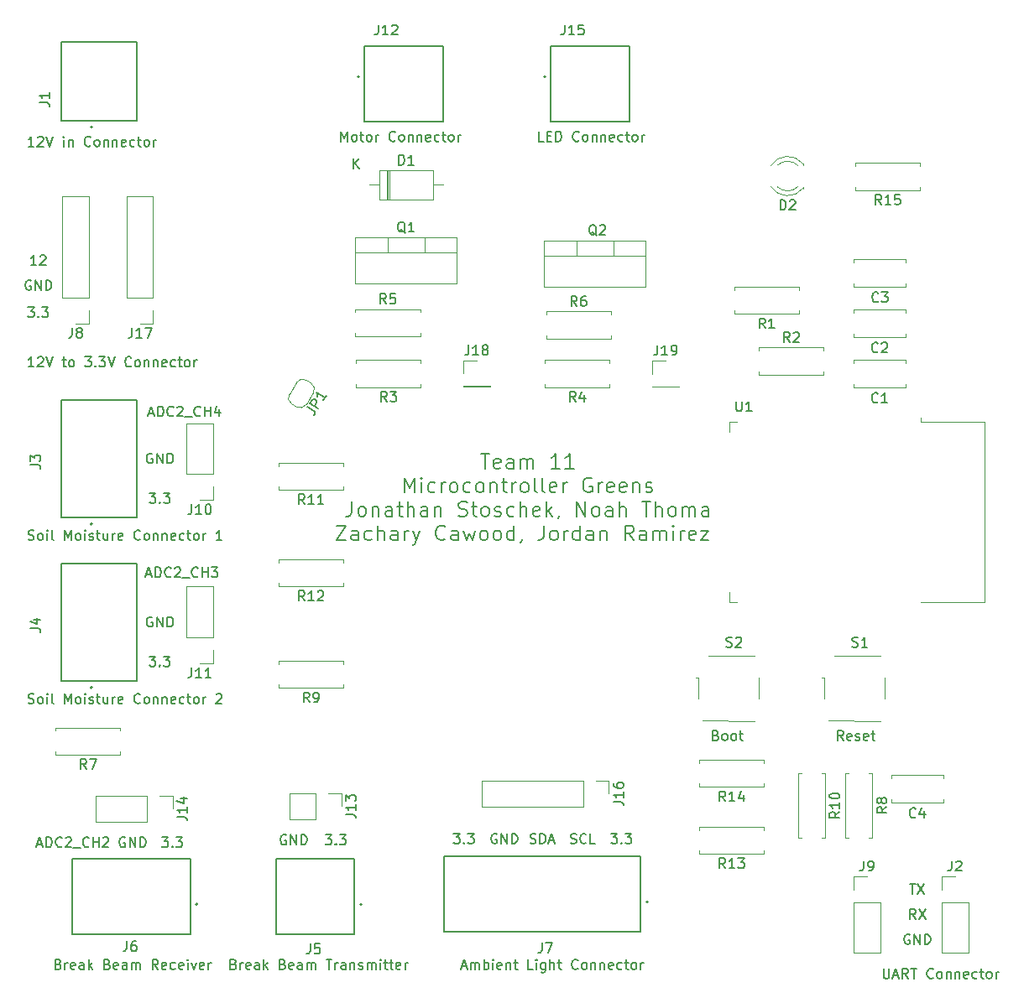
<source format=gbr>
%TF.GenerationSoftware,KiCad,Pcbnew,(6.0.1-0)*%
%TF.CreationDate,2022-03-10T10:55:53-08:00*%
%TF.ProjectId,MicroGreens PCB,4d696372-6f47-4726-9565-6e7320504342,rev?*%
%TF.SameCoordinates,Original*%
%TF.FileFunction,Legend,Top*%
%TF.FilePolarity,Positive*%
%FSLAX46Y46*%
G04 Gerber Fmt 4.6, Leading zero omitted, Abs format (unit mm)*
G04 Created by KiCad (PCBNEW (6.0.1-0)) date 2022-03-10 10:55:53*
%MOMM*%
%LPD*%
G01*
G04 APERTURE LIST*
%ADD10C,0.150000*%
%ADD11C,0.200000*%
%ADD12C,0.120000*%
%ADD13C,0.100000*%
%ADD14C,0.127000*%
G04 APERTURE END LIST*
D10*
X154952380Y-84452380D02*
X155571428Y-84452380D01*
X155238095Y-84833333D01*
X155380952Y-84833333D01*
X155476190Y-84880952D01*
X155523809Y-84928571D01*
X155571428Y-85023809D01*
X155571428Y-85261904D01*
X155523809Y-85357142D01*
X155476190Y-85404761D01*
X155380952Y-85452380D01*
X155095238Y-85452380D01*
X155000000Y-85404761D01*
X154952380Y-85357142D01*
X156000000Y-85357142D02*
X156047619Y-85404761D01*
X156000000Y-85452380D01*
X155952380Y-85404761D01*
X156000000Y-85357142D01*
X156000000Y-85452380D01*
X156380952Y-84452380D02*
X157000000Y-84452380D01*
X156666666Y-84833333D01*
X156809523Y-84833333D01*
X156904761Y-84880952D01*
X156952380Y-84928571D01*
X157000000Y-85023809D01*
X157000000Y-85261904D01*
X156952380Y-85357142D01*
X156904761Y-85404761D01*
X156809523Y-85452380D01*
X156523809Y-85452380D01*
X156428571Y-85404761D01*
X156380952Y-85357142D01*
X156202380Y-119202380D02*
X156821428Y-119202380D01*
X156488095Y-119583333D01*
X156630952Y-119583333D01*
X156726190Y-119630952D01*
X156773809Y-119678571D01*
X156821428Y-119773809D01*
X156821428Y-120011904D01*
X156773809Y-120107142D01*
X156726190Y-120154761D01*
X156630952Y-120202380D01*
X156345238Y-120202380D01*
X156250000Y-120154761D01*
X156202380Y-120107142D01*
X157250000Y-120107142D02*
X157297619Y-120154761D01*
X157250000Y-120202380D01*
X157202380Y-120154761D01*
X157250000Y-120107142D01*
X157250000Y-120202380D01*
X157630952Y-119202380D02*
X158250000Y-119202380D01*
X157916666Y-119583333D01*
X158059523Y-119583333D01*
X158154761Y-119630952D01*
X158202380Y-119678571D01*
X158250000Y-119773809D01*
X158250000Y-120011904D01*
X158202380Y-120107142D01*
X158154761Y-120154761D01*
X158059523Y-120202380D01*
X157773809Y-120202380D01*
X157678571Y-120154761D01*
X157630952Y-120107142D01*
X154654761Y-92666666D02*
X155130952Y-92666666D01*
X154559523Y-92952380D02*
X154892857Y-91952380D01*
X155226190Y-92952380D01*
X155559523Y-92952380D02*
X155559523Y-91952380D01*
X155797619Y-91952380D01*
X155940476Y-92000000D01*
X156035714Y-92095238D01*
X156083333Y-92190476D01*
X156130952Y-92380952D01*
X156130952Y-92523809D01*
X156083333Y-92714285D01*
X156035714Y-92809523D01*
X155940476Y-92904761D01*
X155797619Y-92952380D01*
X155559523Y-92952380D01*
X157130952Y-92857142D02*
X157083333Y-92904761D01*
X156940476Y-92952380D01*
X156845238Y-92952380D01*
X156702380Y-92904761D01*
X156607142Y-92809523D01*
X156559523Y-92714285D01*
X156511904Y-92523809D01*
X156511904Y-92380952D01*
X156559523Y-92190476D01*
X156607142Y-92095238D01*
X156702380Y-92000000D01*
X156845238Y-91952380D01*
X156940476Y-91952380D01*
X157083333Y-92000000D01*
X157130952Y-92047619D01*
X157511904Y-92047619D02*
X157559523Y-92000000D01*
X157654761Y-91952380D01*
X157892857Y-91952380D01*
X157988095Y-92000000D01*
X158035714Y-92047619D01*
X158083333Y-92142857D01*
X158083333Y-92238095D01*
X158035714Y-92380952D01*
X157464285Y-92952380D01*
X158083333Y-92952380D01*
X158273809Y-93047619D02*
X159035714Y-93047619D01*
X159845238Y-92857142D02*
X159797619Y-92904761D01*
X159654761Y-92952380D01*
X159559523Y-92952380D01*
X159416666Y-92904761D01*
X159321428Y-92809523D01*
X159273809Y-92714285D01*
X159226190Y-92523809D01*
X159226190Y-92380952D01*
X159273809Y-92190476D01*
X159321428Y-92095238D01*
X159416666Y-92000000D01*
X159559523Y-91952380D01*
X159654761Y-91952380D01*
X159797619Y-92000000D01*
X159845238Y-92047619D01*
X160273809Y-92952380D02*
X160273809Y-91952380D01*
X160273809Y-92428571D02*
X160845238Y-92428571D01*
X160845238Y-92952380D02*
X160845238Y-91952380D01*
X161226190Y-91952380D02*
X161845238Y-91952380D01*
X161511904Y-92333333D01*
X161654761Y-92333333D01*
X161750000Y-92380952D01*
X161797619Y-92428571D01*
X161845238Y-92523809D01*
X161845238Y-92761904D01*
X161797619Y-92857142D01*
X161750000Y-92904761D01*
X161654761Y-92952380D01*
X161369047Y-92952380D01*
X161273809Y-92904761D01*
X161226190Y-92857142D01*
X168738095Y-119000000D02*
X168642857Y-118952380D01*
X168500000Y-118952380D01*
X168357142Y-119000000D01*
X168261904Y-119095238D01*
X168214285Y-119190476D01*
X168166666Y-119380952D01*
X168166666Y-119523809D01*
X168214285Y-119714285D01*
X168261904Y-119809523D01*
X168357142Y-119904761D01*
X168500000Y-119952380D01*
X168595238Y-119952380D01*
X168738095Y-119904761D01*
X168785714Y-119857142D01*
X168785714Y-119523809D01*
X168595238Y-119523809D01*
X169214285Y-119952380D02*
X169214285Y-118952380D01*
X169785714Y-119952380D01*
X169785714Y-118952380D01*
X170261904Y-119952380D02*
X170261904Y-118952380D01*
X170500000Y-118952380D01*
X170642857Y-119000000D01*
X170738095Y-119095238D01*
X170785714Y-119190476D01*
X170833333Y-119380952D01*
X170833333Y-119523809D01*
X170785714Y-119714285D01*
X170738095Y-119809523D01*
X170642857Y-119904761D01*
X170500000Y-119952380D01*
X170261904Y-119952380D01*
X155238095Y-97000000D02*
X155142857Y-96952380D01*
X155000000Y-96952380D01*
X154857142Y-97000000D01*
X154761904Y-97095238D01*
X154714285Y-97190476D01*
X154666666Y-97380952D01*
X154666666Y-97523809D01*
X154714285Y-97714285D01*
X154761904Y-97809523D01*
X154857142Y-97904761D01*
X155000000Y-97952380D01*
X155095238Y-97952380D01*
X155238095Y-97904761D01*
X155285714Y-97857142D01*
X155285714Y-97523809D01*
X155095238Y-97523809D01*
X155714285Y-97952380D02*
X155714285Y-96952380D01*
X156285714Y-97952380D01*
X156285714Y-96952380D01*
X156761904Y-97952380D02*
X156761904Y-96952380D01*
X157000000Y-96952380D01*
X157142857Y-97000000D01*
X157238095Y-97095238D01*
X157285714Y-97190476D01*
X157333333Y-97380952D01*
X157333333Y-97523809D01*
X157285714Y-97714285D01*
X157238095Y-97809523D01*
X157142857Y-97904761D01*
X157000000Y-97952380D01*
X156761904Y-97952380D01*
X193349714Y-119784761D02*
X193492571Y-119832380D01*
X193730666Y-119832380D01*
X193825904Y-119784761D01*
X193873523Y-119737142D01*
X193921142Y-119641904D01*
X193921142Y-119546666D01*
X193873523Y-119451428D01*
X193825904Y-119403809D01*
X193730666Y-119356190D01*
X193540190Y-119308571D01*
X193444952Y-119260952D01*
X193397333Y-119213333D01*
X193349714Y-119118095D01*
X193349714Y-119022857D01*
X193397333Y-118927619D01*
X193444952Y-118880000D01*
X193540190Y-118832380D01*
X193778285Y-118832380D01*
X193921142Y-118880000D01*
X194349714Y-119832380D02*
X194349714Y-118832380D01*
X194587809Y-118832380D01*
X194730666Y-118880000D01*
X194825904Y-118975238D01*
X194873523Y-119070476D01*
X194921142Y-119260952D01*
X194921142Y-119403809D01*
X194873523Y-119594285D01*
X194825904Y-119689523D01*
X194730666Y-119784761D01*
X194587809Y-119832380D01*
X194349714Y-119832380D01*
X195302095Y-119546666D02*
X195778285Y-119546666D01*
X195206857Y-119832380D02*
X195540190Y-118832380D01*
X195873523Y-119832380D01*
X212113952Y-108894571D02*
X212256809Y-108942190D01*
X212304428Y-108989809D01*
X212352047Y-109085047D01*
X212352047Y-109227904D01*
X212304428Y-109323142D01*
X212256809Y-109370761D01*
X212161571Y-109418380D01*
X211780619Y-109418380D01*
X211780619Y-108418380D01*
X212113952Y-108418380D01*
X212209190Y-108466000D01*
X212256809Y-108513619D01*
X212304428Y-108608857D01*
X212304428Y-108704095D01*
X212256809Y-108799333D01*
X212209190Y-108846952D01*
X212113952Y-108894571D01*
X211780619Y-108894571D01*
X212923476Y-109418380D02*
X212828238Y-109370761D01*
X212780619Y-109323142D01*
X212733000Y-109227904D01*
X212733000Y-108942190D01*
X212780619Y-108846952D01*
X212828238Y-108799333D01*
X212923476Y-108751714D01*
X213066333Y-108751714D01*
X213161571Y-108799333D01*
X213209190Y-108846952D01*
X213256809Y-108942190D01*
X213256809Y-109227904D01*
X213209190Y-109323142D01*
X213161571Y-109370761D01*
X213066333Y-109418380D01*
X212923476Y-109418380D01*
X213828238Y-109418380D02*
X213733000Y-109370761D01*
X213685380Y-109323142D01*
X213637761Y-109227904D01*
X213637761Y-108942190D01*
X213685380Y-108846952D01*
X213733000Y-108799333D01*
X213828238Y-108751714D01*
X213971095Y-108751714D01*
X214066333Y-108799333D01*
X214113952Y-108846952D01*
X214161571Y-108942190D01*
X214161571Y-109227904D01*
X214113952Y-109323142D01*
X214066333Y-109370761D01*
X213971095Y-109418380D01*
X213828238Y-109418380D01*
X214447285Y-108751714D02*
X214828238Y-108751714D01*
X214590142Y-108418380D02*
X214590142Y-109275523D01*
X214637761Y-109370761D01*
X214733000Y-109418380D01*
X214828238Y-109418380D01*
X155238095Y-80500000D02*
X155142857Y-80452380D01*
X155000000Y-80452380D01*
X154857142Y-80500000D01*
X154761904Y-80595238D01*
X154714285Y-80690476D01*
X154666666Y-80880952D01*
X154666666Y-81023809D01*
X154714285Y-81214285D01*
X154761904Y-81309523D01*
X154857142Y-81404761D01*
X155000000Y-81452380D01*
X155095238Y-81452380D01*
X155238095Y-81404761D01*
X155285714Y-81357142D01*
X155285714Y-81023809D01*
X155095238Y-81023809D01*
X155714285Y-81452380D02*
X155714285Y-80452380D01*
X156285714Y-81452380D01*
X156285714Y-80452380D01*
X156761904Y-81452380D02*
X156761904Y-80452380D01*
X157000000Y-80452380D01*
X157142857Y-80500000D01*
X157238095Y-80595238D01*
X157285714Y-80690476D01*
X157333333Y-80880952D01*
X157333333Y-81023809D01*
X157285714Y-81214285D01*
X157238095Y-81309523D01*
X157142857Y-81404761D01*
X157000000Y-81452380D01*
X156761904Y-81452380D01*
X143559523Y-61452380D02*
X142988095Y-61452380D01*
X143273809Y-61452380D02*
X143273809Y-60452380D01*
X143178571Y-60595238D01*
X143083333Y-60690476D01*
X142988095Y-60738095D01*
X143940476Y-60547619D02*
X143988095Y-60500000D01*
X144083333Y-60452380D01*
X144321428Y-60452380D01*
X144416666Y-60500000D01*
X144464285Y-60547619D01*
X144511904Y-60642857D01*
X144511904Y-60738095D01*
X144464285Y-60880952D01*
X143892857Y-61452380D01*
X144511904Y-61452380D01*
X142702380Y-65702380D02*
X143321428Y-65702380D01*
X142988095Y-66083333D01*
X143130952Y-66083333D01*
X143226190Y-66130952D01*
X143273809Y-66178571D01*
X143321428Y-66273809D01*
X143321428Y-66511904D01*
X143273809Y-66607142D01*
X143226190Y-66654761D01*
X143130952Y-66702380D01*
X142845238Y-66702380D01*
X142750000Y-66654761D01*
X142702380Y-66607142D01*
X143750000Y-66607142D02*
X143797619Y-66654761D01*
X143750000Y-66702380D01*
X143702380Y-66654761D01*
X143750000Y-66607142D01*
X143750000Y-66702380D01*
X144130952Y-65702380D02*
X144750000Y-65702380D01*
X144416666Y-66083333D01*
X144559523Y-66083333D01*
X144654761Y-66130952D01*
X144702380Y-66178571D01*
X144750000Y-66273809D01*
X144750000Y-66511904D01*
X144702380Y-66607142D01*
X144654761Y-66654761D01*
X144559523Y-66702380D01*
X144273809Y-66702380D01*
X144178571Y-66654761D01*
X144130952Y-66607142D01*
X172702380Y-118952380D02*
X173321428Y-118952380D01*
X172988095Y-119333333D01*
X173130952Y-119333333D01*
X173226190Y-119380952D01*
X173273809Y-119428571D01*
X173321428Y-119523809D01*
X173321428Y-119761904D01*
X173273809Y-119857142D01*
X173226190Y-119904761D01*
X173130952Y-119952380D01*
X172845238Y-119952380D01*
X172750000Y-119904761D01*
X172702380Y-119857142D01*
X173750000Y-119857142D02*
X173797619Y-119904761D01*
X173750000Y-119952380D01*
X173702380Y-119904761D01*
X173750000Y-119857142D01*
X173750000Y-119952380D01*
X174130952Y-118952380D02*
X174750000Y-118952380D01*
X174416666Y-119333333D01*
X174559523Y-119333333D01*
X174654761Y-119380952D01*
X174702380Y-119428571D01*
X174750000Y-119523809D01*
X174750000Y-119761904D01*
X174702380Y-119857142D01*
X174654761Y-119904761D01*
X174559523Y-119952380D01*
X174273809Y-119952380D01*
X174178571Y-119904761D01*
X174130952Y-119857142D01*
X189992095Y-118880000D02*
X189896857Y-118832380D01*
X189754000Y-118832380D01*
X189611142Y-118880000D01*
X189515904Y-118975238D01*
X189468285Y-119070476D01*
X189420666Y-119260952D01*
X189420666Y-119403809D01*
X189468285Y-119594285D01*
X189515904Y-119689523D01*
X189611142Y-119784761D01*
X189754000Y-119832380D01*
X189849238Y-119832380D01*
X189992095Y-119784761D01*
X190039714Y-119737142D01*
X190039714Y-119403809D01*
X189849238Y-119403809D01*
X190468285Y-119832380D02*
X190468285Y-118832380D01*
X191039714Y-119832380D01*
X191039714Y-118832380D01*
X191515904Y-119832380D02*
X191515904Y-118832380D01*
X191754000Y-118832380D01*
X191896857Y-118880000D01*
X191992095Y-118975238D01*
X192039714Y-119070476D01*
X192087333Y-119260952D01*
X192087333Y-119403809D01*
X192039714Y-119594285D01*
X191992095Y-119689523D01*
X191896857Y-119784761D01*
X191754000Y-119832380D01*
X191515904Y-119832380D01*
X142988095Y-63000000D02*
X142892857Y-62952380D01*
X142750000Y-62952380D01*
X142607142Y-63000000D01*
X142511904Y-63095238D01*
X142464285Y-63190476D01*
X142416666Y-63380952D01*
X142416666Y-63523809D01*
X142464285Y-63714285D01*
X142511904Y-63809523D01*
X142607142Y-63904761D01*
X142750000Y-63952380D01*
X142845238Y-63952380D01*
X142988095Y-63904761D01*
X143035714Y-63857142D01*
X143035714Y-63523809D01*
X142845238Y-63523809D01*
X143464285Y-63952380D02*
X143464285Y-62952380D01*
X144035714Y-63952380D01*
X144035714Y-62952380D01*
X144511904Y-63952380D02*
X144511904Y-62952380D01*
X144750000Y-62952380D01*
X144892857Y-63000000D01*
X144988095Y-63095238D01*
X145035714Y-63190476D01*
X145083333Y-63380952D01*
X145083333Y-63523809D01*
X145035714Y-63714285D01*
X144988095Y-63809523D01*
X144892857Y-63904761D01*
X144750000Y-63952380D01*
X144511904Y-63952380D01*
X152488095Y-119250000D02*
X152392857Y-119202380D01*
X152250000Y-119202380D01*
X152107142Y-119250000D01*
X152011904Y-119345238D01*
X151964285Y-119440476D01*
X151916666Y-119630952D01*
X151916666Y-119773809D01*
X151964285Y-119964285D01*
X152011904Y-120059523D01*
X152107142Y-120154761D01*
X152250000Y-120202380D01*
X152345238Y-120202380D01*
X152488095Y-120154761D01*
X152535714Y-120107142D01*
X152535714Y-119773809D01*
X152345238Y-119773809D01*
X152964285Y-120202380D02*
X152964285Y-119202380D01*
X153535714Y-120202380D01*
X153535714Y-119202380D01*
X154011904Y-120202380D02*
X154011904Y-119202380D01*
X154250000Y-119202380D01*
X154392857Y-119250000D01*
X154488095Y-119345238D01*
X154535714Y-119440476D01*
X154583333Y-119630952D01*
X154583333Y-119773809D01*
X154535714Y-119964285D01*
X154488095Y-120059523D01*
X154392857Y-120154761D01*
X154250000Y-120202380D01*
X154011904Y-120202380D01*
X154904761Y-76416666D02*
X155380952Y-76416666D01*
X154809523Y-76702380D02*
X155142857Y-75702380D01*
X155476190Y-76702380D01*
X155809523Y-76702380D02*
X155809523Y-75702380D01*
X156047619Y-75702380D01*
X156190476Y-75750000D01*
X156285714Y-75845238D01*
X156333333Y-75940476D01*
X156380952Y-76130952D01*
X156380952Y-76273809D01*
X156333333Y-76464285D01*
X156285714Y-76559523D01*
X156190476Y-76654761D01*
X156047619Y-76702380D01*
X155809523Y-76702380D01*
X157380952Y-76607142D02*
X157333333Y-76654761D01*
X157190476Y-76702380D01*
X157095238Y-76702380D01*
X156952380Y-76654761D01*
X156857142Y-76559523D01*
X156809523Y-76464285D01*
X156761904Y-76273809D01*
X156761904Y-76130952D01*
X156809523Y-75940476D01*
X156857142Y-75845238D01*
X156952380Y-75750000D01*
X157095238Y-75702380D01*
X157190476Y-75702380D01*
X157333333Y-75750000D01*
X157380952Y-75797619D01*
X157761904Y-75797619D02*
X157809523Y-75750000D01*
X157904761Y-75702380D01*
X158142857Y-75702380D01*
X158238095Y-75750000D01*
X158285714Y-75797619D01*
X158333333Y-75892857D01*
X158333333Y-75988095D01*
X158285714Y-76130952D01*
X157714285Y-76702380D01*
X158333333Y-76702380D01*
X158523809Y-76797619D02*
X159285714Y-76797619D01*
X160095238Y-76607142D02*
X160047619Y-76654761D01*
X159904761Y-76702380D01*
X159809523Y-76702380D01*
X159666666Y-76654761D01*
X159571428Y-76559523D01*
X159523809Y-76464285D01*
X159476190Y-76273809D01*
X159476190Y-76130952D01*
X159523809Y-75940476D01*
X159571428Y-75845238D01*
X159666666Y-75750000D01*
X159809523Y-75702380D01*
X159904761Y-75702380D01*
X160047619Y-75750000D01*
X160095238Y-75797619D01*
X160523809Y-76702380D02*
X160523809Y-75702380D01*
X160523809Y-76178571D02*
X161095238Y-76178571D01*
X161095238Y-76702380D02*
X161095238Y-75702380D01*
X162000000Y-76035714D02*
X162000000Y-76702380D01*
X161761904Y-75654761D02*
X161523809Y-76369047D01*
X162142857Y-76369047D01*
X185642380Y-118832380D02*
X186261428Y-118832380D01*
X185928095Y-119213333D01*
X186070952Y-119213333D01*
X186166190Y-119260952D01*
X186213809Y-119308571D01*
X186261428Y-119403809D01*
X186261428Y-119641904D01*
X186213809Y-119737142D01*
X186166190Y-119784761D01*
X186070952Y-119832380D01*
X185785238Y-119832380D01*
X185690000Y-119784761D01*
X185642380Y-119737142D01*
X186690000Y-119737142D02*
X186737619Y-119784761D01*
X186690000Y-119832380D01*
X186642380Y-119784761D01*
X186690000Y-119737142D01*
X186690000Y-119832380D01*
X187070952Y-118832380D02*
X187690000Y-118832380D01*
X187356666Y-119213333D01*
X187499523Y-119213333D01*
X187594761Y-119260952D01*
X187642380Y-119308571D01*
X187690000Y-119403809D01*
X187690000Y-119641904D01*
X187642380Y-119737142D01*
X187594761Y-119784761D01*
X187499523Y-119832380D01*
X187213809Y-119832380D01*
X187118571Y-119784761D01*
X187070952Y-119737142D01*
X224948904Y-109418380D02*
X224615571Y-108942190D01*
X224377476Y-109418380D02*
X224377476Y-108418380D01*
X224758428Y-108418380D01*
X224853666Y-108466000D01*
X224901285Y-108513619D01*
X224948904Y-108608857D01*
X224948904Y-108751714D01*
X224901285Y-108846952D01*
X224853666Y-108894571D01*
X224758428Y-108942190D01*
X224377476Y-108942190D01*
X225758428Y-109370761D02*
X225663190Y-109418380D01*
X225472714Y-109418380D01*
X225377476Y-109370761D01*
X225329857Y-109275523D01*
X225329857Y-108894571D01*
X225377476Y-108799333D01*
X225472714Y-108751714D01*
X225663190Y-108751714D01*
X225758428Y-108799333D01*
X225806047Y-108894571D01*
X225806047Y-108989809D01*
X225329857Y-109085047D01*
X226187000Y-109370761D02*
X226282238Y-109418380D01*
X226472714Y-109418380D01*
X226567952Y-109370761D01*
X226615571Y-109275523D01*
X226615571Y-109227904D01*
X226567952Y-109132666D01*
X226472714Y-109085047D01*
X226329857Y-109085047D01*
X226234619Y-109037428D01*
X226187000Y-108942190D01*
X226187000Y-108894571D01*
X226234619Y-108799333D01*
X226329857Y-108751714D01*
X226472714Y-108751714D01*
X226567952Y-108799333D01*
X227425095Y-109370761D02*
X227329857Y-109418380D01*
X227139380Y-109418380D01*
X227044142Y-109370761D01*
X226996523Y-109275523D01*
X226996523Y-108894571D01*
X227044142Y-108799333D01*
X227139380Y-108751714D01*
X227329857Y-108751714D01*
X227425095Y-108799333D01*
X227472714Y-108894571D01*
X227472714Y-108989809D01*
X226996523Y-109085047D01*
X227758428Y-108751714D02*
X228139380Y-108751714D01*
X227901285Y-108418380D02*
X227901285Y-109275523D01*
X227948904Y-109370761D01*
X228044142Y-109418380D01*
X228139380Y-109418380D01*
X154952380Y-100952380D02*
X155571428Y-100952380D01*
X155238095Y-101333333D01*
X155380952Y-101333333D01*
X155476190Y-101380952D01*
X155523809Y-101428571D01*
X155571428Y-101523809D01*
X155571428Y-101761904D01*
X155523809Y-101857142D01*
X155476190Y-101904761D01*
X155380952Y-101952380D01*
X155095238Y-101952380D01*
X155000000Y-101904761D01*
X154952380Y-101857142D01*
X156000000Y-101857142D02*
X156047619Y-101904761D01*
X156000000Y-101952380D01*
X155952380Y-101904761D01*
X156000000Y-101857142D01*
X156000000Y-101952380D01*
X156380952Y-100952380D02*
X157000000Y-100952380D01*
X156666666Y-101333333D01*
X156809523Y-101333333D01*
X156904761Y-101380952D01*
X156952380Y-101428571D01*
X157000000Y-101523809D01*
X157000000Y-101761904D01*
X156952380Y-101857142D01*
X156904761Y-101904761D01*
X156809523Y-101952380D01*
X156523809Y-101952380D01*
X156428571Y-101904761D01*
X156380952Y-101857142D01*
X197437523Y-119784761D02*
X197580380Y-119832380D01*
X197818476Y-119832380D01*
X197913714Y-119784761D01*
X197961333Y-119737142D01*
X198008952Y-119641904D01*
X198008952Y-119546666D01*
X197961333Y-119451428D01*
X197913714Y-119403809D01*
X197818476Y-119356190D01*
X197628000Y-119308571D01*
X197532761Y-119260952D01*
X197485142Y-119213333D01*
X197437523Y-119118095D01*
X197437523Y-119022857D01*
X197485142Y-118927619D01*
X197532761Y-118880000D01*
X197628000Y-118832380D01*
X197866095Y-118832380D01*
X198008952Y-118880000D01*
X199008952Y-119737142D02*
X198961333Y-119784761D01*
X198818476Y-119832380D01*
X198723238Y-119832380D01*
X198580380Y-119784761D01*
X198485142Y-119689523D01*
X198437523Y-119594285D01*
X198389904Y-119403809D01*
X198389904Y-119260952D01*
X198437523Y-119070476D01*
X198485142Y-118975238D01*
X198580380Y-118880000D01*
X198723238Y-118832380D01*
X198818476Y-118832380D01*
X198961333Y-118880000D01*
X199008952Y-118927619D01*
X199913714Y-119832380D02*
X199437523Y-119832380D01*
X199437523Y-118832380D01*
X143654761Y-119916666D02*
X144130952Y-119916666D01*
X143559523Y-120202380D02*
X143892857Y-119202380D01*
X144226190Y-120202380D01*
X144559523Y-120202380D02*
X144559523Y-119202380D01*
X144797619Y-119202380D01*
X144940476Y-119250000D01*
X145035714Y-119345238D01*
X145083333Y-119440476D01*
X145130952Y-119630952D01*
X145130952Y-119773809D01*
X145083333Y-119964285D01*
X145035714Y-120059523D01*
X144940476Y-120154761D01*
X144797619Y-120202380D01*
X144559523Y-120202380D01*
X146130952Y-120107142D02*
X146083333Y-120154761D01*
X145940476Y-120202380D01*
X145845238Y-120202380D01*
X145702380Y-120154761D01*
X145607142Y-120059523D01*
X145559523Y-119964285D01*
X145511904Y-119773809D01*
X145511904Y-119630952D01*
X145559523Y-119440476D01*
X145607142Y-119345238D01*
X145702380Y-119250000D01*
X145845238Y-119202380D01*
X145940476Y-119202380D01*
X146083333Y-119250000D01*
X146130952Y-119297619D01*
X146511904Y-119297619D02*
X146559523Y-119250000D01*
X146654761Y-119202380D01*
X146892857Y-119202380D01*
X146988095Y-119250000D01*
X147035714Y-119297619D01*
X147083333Y-119392857D01*
X147083333Y-119488095D01*
X147035714Y-119630952D01*
X146464285Y-120202380D01*
X147083333Y-120202380D01*
X147273809Y-120297619D02*
X148035714Y-120297619D01*
X148845238Y-120107142D02*
X148797619Y-120154761D01*
X148654761Y-120202380D01*
X148559523Y-120202380D01*
X148416666Y-120154761D01*
X148321428Y-120059523D01*
X148273809Y-119964285D01*
X148226190Y-119773809D01*
X148226190Y-119630952D01*
X148273809Y-119440476D01*
X148321428Y-119345238D01*
X148416666Y-119250000D01*
X148559523Y-119202380D01*
X148654761Y-119202380D01*
X148797619Y-119250000D01*
X148845238Y-119297619D01*
X149273809Y-120202380D02*
X149273809Y-119202380D01*
X149273809Y-119678571D02*
X149845238Y-119678571D01*
X149845238Y-120202380D02*
X149845238Y-119202380D01*
X150273809Y-119297619D02*
X150321428Y-119250000D01*
X150416666Y-119202380D01*
X150654761Y-119202380D01*
X150750000Y-119250000D01*
X150797619Y-119297619D01*
X150845238Y-119392857D01*
X150845238Y-119488095D01*
X150797619Y-119630952D01*
X150226190Y-120202380D01*
X150845238Y-120202380D01*
X231648095Y-123912380D02*
X232219523Y-123912380D01*
X231933809Y-124912380D02*
X231933809Y-123912380D01*
X232457619Y-123912380D02*
X233124285Y-124912380D01*
X233124285Y-123912380D02*
X232457619Y-124912380D01*
X232243333Y-127452380D02*
X231910000Y-126976190D01*
X231671904Y-127452380D02*
X231671904Y-126452380D01*
X232052857Y-126452380D01*
X232148095Y-126500000D01*
X232195714Y-126547619D01*
X232243333Y-126642857D01*
X232243333Y-126785714D01*
X232195714Y-126880952D01*
X232148095Y-126928571D01*
X232052857Y-126976190D01*
X231671904Y-126976190D01*
X232576666Y-126452380D02*
X233243333Y-127452380D01*
X233243333Y-126452380D02*
X232576666Y-127452380D01*
D11*
X188400000Y-80486071D02*
X189257142Y-80486071D01*
X188828571Y-81986071D02*
X188828571Y-80486071D01*
X190328571Y-81914642D02*
X190185714Y-81986071D01*
X189900000Y-81986071D01*
X189757142Y-81914642D01*
X189685714Y-81771785D01*
X189685714Y-81200357D01*
X189757142Y-81057500D01*
X189900000Y-80986071D01*
X190185714Y-80986071D01*
X190328571Y-81057500D01*
X190400000Y-81200357D01*
X190400000Y-81343214D01*
X189685714Y-81486071D01*
X191685714Y-81986071D02*
X191685714Y-81200357D01*
X191614285Y-81057500D01*
X191471428Y-80986071D01*
X191185714Y-80986071D01*
X191042857Y-81057500D01*
X191685714Y-81914642D02*
X191542857Y-81986071D01*
X191185714Y-81986071D01*
X191042857Y-81914642D01*
X190971428Y-81771785D01*
X190971428Y-81628928D01*
X191042857Y-81486071D01*
X191185714Y-81414642D01*
X191542857Y-81414642D01*
X191685714Y-81343214D01*
X192400000Y-81986071D02*
X192400000Y-80986071D01*
X192400000Y-81128928D02*
X192471428Y-81057500D01*
X192614285Y-80986071D01*
X192828571Y-80986071D01*
X192971428Y-81057500D01*
X193042857Y-81200357D01*
X193042857Y-81986071D01*
X193042857Y-81200357D02*
X193114285Y-81057500D01*
X193257142Y-80986071D01*
X193471428Y-80986071D01*
X193614285Y-81057500D01*
X193685714Y-81200357D01*
X193685714Y-81986071D01*
X196328571Y-81986071D02*
X195471428Y-81986071D01*
X195900000Y-81986071D02*
X195900000Y-80486071D01*
X195757142Y-80700357D01*
X195614285Y-80843214D01*
X195471428Y-80914642D01*
X197757142Y-81986071D02*
X196900000Y-81986071D01*
X197328571Y-81986071D02*
X197328571Y-80486071D01*
X197185714Y-80700357D01*
X197042857Y-80843214D01*
X196900000Y-80914642D01*
X180685714Y-84401071D02*
X180685714Y-82901071D01*
X181185714Y-83972500D01*
X181685714Y-82901071D01*
X181685714Y-84401071D01*
X182400000Y-84401071D02*
X182400000Y-83401071D01*
X182400000Y-82901071D02*
X182328571Y-82972500D01*
X182400000Y-83043928D01*
X182471428Y-82972500D01*
X182400000Y-82901071D01*
X182400000Y-83043928D01*
X183757142Y-84329642D02*
X183614285Y-84401071D01*
X183328571Y-84401071D01*
X183185714Y-84329642D01*
X183114285Y-84258214D01*
X183042857Y-84115357D01*
X183042857Y-83686785D01*
X183114285Y-83543928D01*
X183185714Y-83472500D01*
X183328571Y-83401071D01*
X183614285Y-83401071D01*
X183757142Y-83472500D01*
X184400000Y-84401071D02*
X184400000Y-83401071D01*
X184400000Y-83686785D02*
X184471428Y-83543928D01*
X184542857Y-83472500D01*
X184685714Y-83401071D01*
X184828571Y-83401071D01*
X185542857Y-84401071D02*
X185400000Y-84329642D01*
X185328571Y-84258214D01*
X185257142Y-84115357D01*
X185257142Y-83686785D01*
X185328571Y-83543928D01*
X185400000Y-83472500D01*
X185542857Y-83401071D01*
X185757142Y-83401071D01*
X185900000Y-83472500D01*
X185971428Y-83543928D01*
X186042857Y-83686785D01*
X186042857Y-84115357D01*
X185971428Y-84258214D01*
X185900000Y-84329642D01*
X185757142Y-84401071D01*
X185542857Y-84401071D01*
X187328571Y-84329642D02*
X187185714Y-84401071D01*
X186900000Y-84401071D01*
X186757142Y-84329642D01*
X186685714Y-84258214D01*
X186614285Y-84115357D01*
X186614285Y-83686785D01*
X186685714Y-83543928D01*
X186757142Y-83472500D01*
X186900000Y-83401071D01*
X187185714Y-83401071D01*
X187328571Y-83472500D01*
X188185714Y-84401071D02*
X188042857Y-84329642D01*
X187971428Y-84258214D01*
X187900000Y-84115357D01*
X187900000Y-83686785D01*
X187971428Y-83543928D01*
X188042857Y-83472500D01*
X188185714Y-83401071D01*
X188400000Y-83401071D01*
X188542857Y-83472500D01*
X188614285Y-83543928D01*
X188685714Y-83686785D01*
X188685714Y-84115357D01*
X188614285Y-84258214D01*
X188542857Y-84329642D01*
X188400000Y-84401071D01*
X188185714Y-84401071D01*
X189328571Y-83401071D02*
X189328571Y-84401071D01*
X189328571Y-83543928D02*
X189400000Y-83472500D01*
X189542857Y-83401071D01*
X189757142Y-83401071D01*
X189900000Y-83472500D01*
X189971428Y-83615357D01*
X189971428Y-84401071D01*
X190471428Y-83401071D02*
X191042857Y-83401071D01*
X190685714Y-82901071D02*
X190685714Y-84186785D01*
X190757142Y-84329642D01*
X190900000Y-84401071D01*
X191042857Y-84401071D01*
X191542857Y-84401071D02*
X191542857Y-83401071D01*
X191542857Y-83686785D02*
X191614285Y-83543928D01*
X191685714Y-83472500D01*
X191828571Y-83401071D01*
X191971428Y-83401071D01*
X192685714Y-84401071D02*
X192542857Y-84329642D01*
X192471428Y-84258214D01*
X192400000Y-84115357D01*
X192400000Y-83686785D01*
X192471428Y-83543928D01*
X192542857Y-83472500D01*
X192685714Y-83401071D01*
X192900000Y-83401071D01*
X193042857Y-83472500D01*
X193114285Y-83543928D01*
X193185714Y-83686785D01*
X193185714Y-84115357D01*
X193114285Y-84258214D01*
X193042857Y-84329642D01*
X192900000Y-84401071D01*
X192685714Y-84401071D01*
X194042857Y-84401071D02*
X193900000Y-84329642D01*
X193828571Y-84186785D01*
X193828571Y-82901071D01*
X194828571Y-84401071D02*
X194685714Y-84329642D01*
X194614285Y-84186785D01*
X194614285Y-82901071D01*
X195971428Y-84329642D02*
X195828571Y-84401071D01*
X195542857Y-84401071D01*
X195400000Y-84329642D01*
X195328571Y-84186785D01*
X195328571Y-83615357D01*
X195400000Y-83472500D01*
X195542857Y-83401071D01*
X195828571Y-83401071D01*
X195971428Y-83472500D01*
X196042857Y-83615357D01*
X196042857Y-83758214D01*
X195328571Y-83901071D01*
X196685714Y-84401071D02*
X196685714Y-83401071D01*
X196685714Y-83686785D02*
X196757142Y-83543928D01*
X196828571Y-83472500D01*
X196971428Y-83401071D01*
X197114285Y-83401071D01*
X199542857Y-82972500D02*
X199400000Y-82901071D01*
X199185714Y-82901071D01*
X198971428Y-82972500D01*
X198828571Y-83115357D01*
X198757142Y-83258214D01*
X198685714Y-83543928D01*
X198685714Y-83758214D01*
X198757142Y-84043928D01*
X198828571Y-84186785D01*
X198971428Y-84329642D01*
X199185714Y-84401071D01*
X199328571Y-84401071D01*
X199542857Y-84329642D01*
X199614285Y-84258214D01*
X199614285Y-83758214D01*
X199328571Y-83758214D01*
X200257142Y-84401071D02*
X200257142Y-83401071D01*
X200257142Y-83686785D02*
X200328571Y-83543928D01*
X200400000Y-83472500D01*
X200542857Y-83401071D01*
X200685714Y-83401071D01*
X201757142Y-84329642D02*
X201614285Y-84401071D01*
X201328571Y-84401071D01*
X201185714Y-84329642D01*
X201114285Y-84186785D01*
X201114285Y-83615357D01*
X201185714Y-83472500D01*
X201328571Y-83401071D01*
X201614285Y-83401071D01*
X201757142Y-83472500D01*
X201828571Y-83615357D01*
X201828571Y-83758214D01*
X201114285Y-83901071D01*
X203042857Y-84329642D02*
X202900000Y-84401071D01*
X202614285Y-84401071D01*
X202471428Y-84329642D01*
X202400000Y-84186785D01*
X202400000Y-83615357D01*
X202471428Y-83472500D01*
X202614285Y-83401071D01*
X202900000Y-83401071D01*
X203042857Y-83472500D01*
X203114285Y-83615357D01*
X203114285Y-83758214D01*
X202400000Y-83901071D01*
X203757142Y-83401071D02*
X203757142Y-84401071D01*
X203757142Y-83543928D02*
X203828571Y-83472500D01*
X203971428Y-83401071D01*
X204185714Y-83401071D01*
X204328571Y-83472500D01*
X204400000Y-83615357D01*
X204400000Y-84401071D01*
X205042857Y-84329642D02*
X205185714Y-84401071D01*
X205471428Y-84401071D01*
X205614285Y-84329642D01*
X205685714Y-84186785D01*
X205685714Y-84115357D01*
X205614285Y-83972500D01*
X205471428Y-83901071D01*
X205257142Y-83901071D01*
X205114285Y-83829642D01*
X205042857Y-83686785D01*
X205042857Y-83615357D01*
X205114285Y-83472500D01*
X205257142Y-83401071D01*
X205471428Y-83401071D01*
X205614285Y-83472500D01*
X175364285Y-85316071D02*
X175364285Y-86387500D01*
X175292857Y-86601785D01*
X175150000Y-86744642D01*
X174935714Y-86816071D01*
X174792857Y-86816071D01*
X176292857Y-86816071D02*
X176150000Y-86744642D01*
X176078571Y-86673214D01*
X176007142Y-86530357D01*
X176007142Y-86101785D01*
X176078571Y-85958928D01*
X176150000Y-85887500D01*
X176292857Y-85816071D01*
X176507142Y-85816071D01*
X176650000Y-85887500D01*
X176721428Y-85958928D01*
X176792857Y-86101785D01*
X176792857Y-86530357D01*
X176721428Y-86673214D01*
X176650000Y-86744642D01*
X176507142Y-86816071D01*
X176292857Y-86816071D01*
X177435714Y-85816071D02*
X177435714Y-86816071D01*
X177435714Y-85958928D02*
X177507142Y-85887500D01*
X177650000Y-85816071D01*
X177864285Y-85816071D01*
X178007142Y-85887500D01*
X178078571Y-86030357D01*
X178078571Y-86816071D01*
X179435714Y-86816071D02*
X179435714Y-86030357D01*
X179364285Y-85887500D01*
X179221428Y-85816071D01*
X178935714Y-85816071D01*
X178792857Y-85887500D01*
X179435714Y-86744642D02*
X179292857Y-86816071D01*
X178935714Y-86816071D01*
X178792857Y-86744642D01*
X178721428Y-86601785D01*
X178721428Y-86458928D01*
X178792857Y-86316071D01*
X178935714Y-86244642D01*
X179292857Y-86244642D01*
X179435714Y-86173214D01*
X179935714Y-85816071D02*
X180507142Y-85816071D01*
X180150000Y-85316071D02*
X180150000Y-86601785D01*
X180221428Y-86744642D01*
X180364285Y-86816071D01*
X180507142Y-86816071D01*
X181007142Y-86816071D02*
X181007142Y-85316071D01*
X181650000Y-86816071D02*
X181650000Y-86030357D01*
X181578571Y-85887500D01*
X181435714Y-85816071D01*
X181221428Y-85816071D01*
X181078571Y-85887500D01*
X181007142Y-85958928D01*
X183007142Y-86816071D02*
X183007142Y-86030357D01*
X182935714Y-85887500D01*
X182792857Y-85816071D01*
X182507142Y-85816071D01*
X182364285Y-85887500D01*
X183007142Y-86744642D02*
X182864285Y-86816071D01*
X182507142Y-86816071D01*
X182364285Y-86744642D01*
X182292857Y-86601785D01*
X182292857Y-86458928D01*
X182364285Y-86316071D01*
X182507142Y-86244642D01*
X182864285Y-86244642D01*
X183007142Y-86173214D01*
X183721428Y-85816071D02*
X183721428Y-86816071D01*
X183721428Y-85958928D02*
X183792857Y-85887500D01*
X183935714Y-85816071D01*
X184150000Y-85816071D01*
X184292857Y-85887500D01*
X184364285Y-86030357D01*
X184364285Y-86816071D01*
X186150000Y-86744642D02*
X186364285Y-86816071D01*
X186721428Y-86816071D01*
X186864285Y-86744642D01*
X186935714Y-86673214D01*
X187007142Y-86530357D01*
X187007142Y-86387500D01*
X186935714Y-86244642D01*
X186864285Y-86173214D01*
X186721428Y-86101785D01*
X186435714Y-86030357D01*
X186292857Y-85958928D01*
X186221428Y-85887500D01*
X186150000Y-85744642D01*
X186150000Y-85601785D01*
X186221428Y-85458928D01*
X186292857Y-85387500D01*
X186435714Y-85316071D01*
X186792857Y-85316071D01*
X187007142Y-85387500D01*
X187435714Y-85816071D02*
X188007142Y-85816071D01*
X187650000Y-85316071D02*
X187650000Y-86601785D01*
X187721428Y-86744642D01*
X187864285Y-86816071D01*
X188007142Y-86816071D01*
X188721428Y-86816071D02*
X188578571Y-86744642D01*
X188507142Y-86673214D01*
X188435714Y-86530357D01*
X188435714Y-86101785D01*
X188507142Y-85958928D01*
X188578571Y-85887500D01*
X188721428Y-85816071D01*
X188935714Y-85816071D01*
X189078571Y-85887500D01*
X189150000Y-85958928D01*
X189221428Y-86101785D01*
X189221428Y-86530357D01*
X189150000Y-86673214D01*
X189078571Y-86744642D01*
X188935714Y-86816071D01*
X188721428Y-86816071D01*
X189792857Y-86744642D02*
X189935714Y-86816071D01*
X190221428Y-86816071D01*
X190364285Y-86744642D01*
X190435714Y-86601785D01*
X190435714Y-86530357D01*
X190364285Y-86387500D01*
X190221428Y-86316071D01*
X190007142Y-86316071D01*
X189864285Y-86244642D01*
X189792857Y-86101785D01*
X189792857Y-86030357D01*
X189864285Y-85887500D01*
X190007142Y-85816071D01*
X190221428Y-85816071D01*
X190364285Y-85887500D01*
X191721428Y-86744642D02*
X191578571Y-86816071D01*
X191292857Y-86816071D01*
X191150000Y-86744642D01*
X191078571Y-86673214D01*
X191007142Y-86530357D01*
X191007142Y-86101785D01*
X191078571Y-85958928D01*
X191150000Y-85887500D01*
X191292857Y-85816071D01*
X191578571Y-85816071D01*
X191721428Y-85887500D01*
X192364285Y-86816071D02*
X192364285Y-85316071D01*
X193007142Y-86816071D02*
X193007142Y-86030357D01*
X192935714Y-85887500D01*
X192792857Y-85816071D01*
X192578571Y-85816071D01*
X192435714Y-85887500D01*
X192364285Y-85958928D01*
X194292857Y-86744642D02*
X194150000Y-86816071D01*
X193864285Y-86816071D01*
X193721428Y-86744642D01*
X193650000Y-86601785D01*
X193650000Y-86030357D01*
X193721428Y-85887500D01*
X193864285Y-85816071D01*
X194150000Y-85816071D01*
X194292857Y-85887500D01*
X194364285Y-86030357D01*
X194364285Y-86173214D01*
X193650000Y-86316071D01*
X195007142Y-86816071D02*
X195007142Y-85316071D01*
X195150000Y-86244642D02*
X195578571Y-86816071D01*
X195578571Y-85816071D02*
X195007142Y-86387500D01*
X196292857Y-86744642D02*
X196292857Y-86816071D01*
X196221428Y-86958928D01*
X196150000Y-87030357D01*
X198078571Y-86816071D02*
X198078571Y-85316071D01*
X198935714Y-86816071D01*
X198935714Y-85316071D01*
X199864285Y-86816071D02*
X199721428Y-86744642D01*
X199650000Y-86673214D01*
X199578571Y-86530357D01*
X199578571Y-86101785D01*
X199650000Y-85958928D01*
X199721428Y-85887500D01*
X199864285Y-85816071D01*
X200078571Y-85816071D01*
X200221428Y-85887500D01*
X200292857Y-85958928D01*
X200364285Y-86101785D01*
X200364285Y-86530357D01*
X200292857Y-86673214D01*
X200221428Y-86744642D01*
X200078571Y-86816071D01*
X199864285Y-86816071D01*
X201650000Y-86816071D02*
X201650000Y-86030357D01*
X201578571Y-85887500D01*
X201435714Y-85816071D01*
X201150000Y-85816071D01*
X201007142Y-85887500D01*
X201650000Y-86744642D02*
X201507142Y-86816071D01*
X201150000Y-86816071D01*
X201007142Y-86744642D01*
X200935714Y-86601785D01*
X200935714Y-86458928D01*
X201007142Y-86316071D01*
X201150000Y-86244642D01*
X201507142Y-86244642D01*
X201650000Y-86173214D01*
X202364285Y-86816071D02*
X202364285Y-85316071D01*
X203007142Y-86816071D02*
X203007142Y-86030357D01*
X202935714Y-85887500D01*
X202792857Y-85816071D01*
X202578571Y-85816071D01*
X202435714Y-85887500D01*
X202364285Y-85958928D01*
X204650000Y-85316071D02*
X205507142Y-85316071D01*
X205078571Y-86816071D02*
X205078571Y-85316071D01*
X206007142Y-86816071D02*
X206007142Y-85316071D01*
X206650000Y-86816071D02*
X206650000Y-86030357D01*
X206578571Y-85887500D01*
X206435714Y-85816071D01*
X206221428Y-85816071D01*
X206078571Y-85887500D01*
X206007142Y-85958928D01*
X207578571Y-86816071D02*
X207435714Y-86744642D01*
X207364285Y-86673214D01*
X207292857Y-86530357D01*
X207292857Y-86101785D01*
X207364285Y-85958928D01*
X207435714Y-85887500D01*
X207578571Y-85816071D01*
X207792857Y-85816071D01*
X207935714Y-85887500D01*
X208007142Y-85958928D01*
X208078571Y-86101785D01*
X208078571Y-86530357D01*
X208007142Y-86673214D01*
X207935714Y-86744642D01*
X207792857Y-86816071D01*
X207578571Y-86816071D01*
X208721428Y-86816071D02*
X208721428Y-85816071D01*
X208721428Y-85958928D02*
X208792857Y-85887500D01*
X208935714Y-85816071D01*
X209150000Y-85816071D01*
X209292857Y-85887500D01*
X209364285Y-86030357D01*
X209364285Y-86816071D01*
X209364285Y-86030357D02*
X209435714Y-85887500D01*
X209578571Y-85816071D01*
X209792857Y-85816071D01*
X209935714Y-85887500D01*
X210007142Y-86030357D01*
X210007142Y-86816071D01*
X211364285Y-86816071D02*
X211364285Y-86030357D01*
X211292857Y-85887500D01*
X211150000Y-85816071D01*
X210864285Y-85816071D01*
X210721428Y-85887500D01*
X211364285Y-86744642D02*
X211221428Y-86816071D01*
X210864285Y-86816071D01*
X210721428Y-86744642D01*
X210650000Y-86601785D01*
X210650000Y-86458928D01*
X210721428Y-86316071D01*
X210864285Y-86244642D01*
X211221428Y-86244642D01*
X211364285Y-86173214D01*
X173792857Y-87731071D02*
X174792857Y-87731071D01*
X173792857Y-89231071D01*
X174792857Y-89231071D01*
X176007142Y-89231071D02*
X176007142Y-88445357D01*
X175935714Y-88302500D01*
X175792857Y-88231071D01*
X175507142Y-88231071D01*
X175364285Y-88302500D01*
X176007142Y-89159642D02*
X175864285Y-89231071D01*
X175507142Y-89231071D01*
X175364285Y-89159642D01*
X175292857Y-89016785D01*
X175292857Y-88873928D01*
X175364285Y-88731071D01*
X175507142Y-88659642D01*
X175864285Y-88659642D01*
X176007142Y-88588214D01*
X177364285Y-89159642D02*
X177221428Y-89231071D01*
X176935714Y-89231071D01*
X176792857Y-89159642D01*
X176721428Y-89088214D01*
X176650000Y-88945357D01*
X176650000Y-88516785D01*
X176721428Y-88373928D01*
X176792857Y-88302500D01*
X176935714Y-88231071D01*
X177221428Y-88231071D01*
X177364285Y-88302500D01*
X178007142Y-89231071D02*
X178007142Y-87731071D01*
X178650000Y-89231071D02*
X178650000Y-88445357D01*
X178578571Y-88302500D01*
X178435714Y-88231071D01*
X178221428Y-88231071D01*
X178078571Y-88302500D01*
X178007142Y-88373928D01*
X180007142Y-89231071D02*
X180007142Y-88445357D01*
X179935714Y-88302500D01*
X179792857Y-88231071D01*
X179507142Y-88231071D01*
X179364285Y-88302500D01*
X180007142Y-89159642D02*
X179864285Y-89231071D01*
X179507142Y-89231071D01*
X179364285Y-89159642D01*
X179292857Y-89016785D01*
X179292857Y-88873928D01*
X179364285Y-88731071D01*
X179507142Y-88659642D01*
X179864285Y-88659642D01*
X180007142Y-88588214D01*
X180721428Y-89231071D02*
X180721428Y-88231071D01*
X180721428Y-88516785D02*
X180792857Y-88373928D01*
X180864285Y-88302500D01*
X181007142Y-88231071D01*
X181150000Y-88231071D01*
X181507142Y-88231071D02*
X181864285Y-89231071D01*
X182221428Y-88231071D02*
X181864285Y-89231071D01*
X181721428Y-89588214D01*
X181650000Y-89659642D01*
X181507142Y-89731071D01*
X184792857Y-89088214D02*
X184721428Y-89159642D01*
X184507142Y-89231071D01*
X184364285Y-89231071D01*
X184150000Y-89159642D01*
X184007142Y-89016785D01*
X183935714Y-88873928D01*
X183864285Y-88588214D01*
X183864285Y-88373928D01*
X183935714Y-88088214D01*
X184007142Y-87945357D01*
X184150000Y-87802500D01*
X184364285Y-87731071D01*
X184507142Y-87731071D01*
X184721428Y-87802500D01*
X184792857Y-87873928D01*
X186078571Y-89231071D02*
X186078571Y-88445357D01*
X186007142Y-88302500D01*
X185864285Y-88231071D01*
X185578571Y-88231071D01*
X185435714Y-88302500D01*
X186078571Y-89159642D02*
X185935714Y-89231071D01*
X185578571Y-89231071D01*
X185435714Y-89159642D01*
X185364285Y-89016785D01*
X185364285Y-88873928D01*
X185435714Y-88731071D01*
X185578571Y-88659642D01*
X185935714Y-88659642D01*
X186078571Y-88588214D01*
X186650000Y-88231071D02*
X186935714Y-89231071D01*
X187221428Y-88516785D01*
X187507142Y-89231071D01*
X187792857Y-88231071D01*
X188578571Y-89231071D02*
X188435714Y-89159642D01*
X188364285Y-89088214D01*
X188292857Y-88945357D01*
X188292857Y-88516785D01*
X188364285Y-88373928D01*
X188435714Y-88302500D01*
X188578571Y-88231071D01*
X188792857Y-88231071D01*
X188935714Y-88302500D01*
X189007142Y-88373928D01*
X189078571Y-88516785D01*
X189078571Y-88945357D01*
X189007142Y-89088214D01*
X188935714Y-89159642D01*
X188792857Y-89231071D01*
X188578571Y-89231071D01*
X189935714Y-89231071D02*
X189792857Y-89159642D01*
X189721428Y-89088214D01*
X189650000Y-88945357D01*
X189650000Y-88516785D01*
X189721428Y-88373928D01*
X189792857Y-88302500D01*
X189935714Y-88231071D01*
X190150000Y-88231071D01*
X190292857Y-88302500D01*
X190364285Y-88373928D01*
X190435714Y-88516785D01*
X190435714Y-88945357D01*
X190364285Y-89088214D01*
X190292857Y-89159642D01*
X190150000Y-89231071D01*
X189935714Y-89231071D01*
X191721428Y-89231071D02*
X191721428Y-87731071D01*
X191721428Y-89159642D02*
X191578571Y-89231071D01*
X191292857Y-89231071D01*
X191150000Y-89159642D01*
X191078571Y-89088214D01*
X191007142Y-88945357D01*
X191007142Y-88516785D01*
X191078571Y-88373928D01*
X191150000Y-88302500D01*
X191292857Y-88231071D01*
X191578571Y-88231071D01*
X191721428Y-88302500D01*
X192507142Y-89159642D02*
X192507142Y-89231071D01*
X192435714Y-89373928D01*
X192364285Y-89445357D01*
X194721428Y-87731071D02*
X194721428Y-88802500D01*
X194650000Y-89016785D01*
X194507142Y-89159642D01*
X194292857Y-89231071D01*
X194150000Y-89231071D01*
X195650000Y-89231071D02*
X195507142Y-89159642D01*
X195435714Y-89088214D01*
X195364285Y-88945357D01*
X195364285Y-88516785D01*
X195435714Y-88373928D01*
X195507142Y-88302500D01*
X195650000Y-88231071D01*
X195864285Y-88231071D01*
X196007142Y-88302500D01*
X196078571Y-88373928D01*
X196150000Y-88516785D01*
X196150000Y-88945357D01*
X196078571Y-89088214D01*
X196007142Y-89159642D01*
X195864285Y-89231071D01*
X195650000Y-89231071D01*
X196792857Y-89231071D02*
X196792857Y-88231071D01*
X196792857Y-88516785D02*
X196864285Y-88373928D01*
X196935714Y-88302500D01*
X197078571Y-88231071D01*
X197221428Y-88231071D01*
X198364285Y-89231071D02*
X198364285Y-87731071D01*
X198364285Y-89159642D02*
X198221428Y-89231071D01*
X197935714Y-89231071D01*
X197792857Y-89159642D01*
X197721428Y-89088214D01*
X197650000Y-88945357D01*
X197650000Y-88516785D01*
X197721428Y-88373928D01*
X197792857Y-88302500D01*
X197935714Y-88231071D01*
X198221428Y-88231071D01*
X198364285Y-88302500D01*
X199721428Y-89231071D02*
X199721428Y-88445357D01*
X199650000Y-88302500D01*
X199507142Y-88231071D01*
X199221428Y-88231071D01*
X199078571Y-88302500D01*
X199721428Y-89159642D02*
X199578571Y-89231071D01*
X199221428Y-89231071D01*
X199078571Y-89159642D01*
X199007142Y-89016785D01*
X199007142Y-88873928D01*
X199078571Y-88731071D01*
X199221428Y-88659642D01*
X199578571Y-88659642D01*
X199721428Y-88588214D01*
X200435714Y-88231071D02*
X200435714Y-89231071D01*
X200435714Y-88373928D02*
X200507142Y-88302500D01*
X200650000Y-88231071D01*
X200864285Y-88231071D01*
X201007142Y-88302500D01*
X201078571Y-88445357D01*
X201078571Y-89231071D01*
X203792857Y-89231071D02*
X203292857Y-88516785D01*
X202935714Y-89231071D02*
X202935714Y-87731071D01*
X203507142Y-87731071D01*
X203650000Y-87802500D01*
X203721428Y-87873928D01*
X203792857Y-88016785D01*
X203792857Y-88231071D01*
X203721428Y-88373928D01*
X203650000Y-88445357D01*
X203507142Y-88516785D01*
X202935714Y-88516785D01*
X205078571Y-89231071D02*
X205078571Y-88445357D01*
X205007142Y-88302500D01*
X204864285Y-88231071D01*
X204578571Y-88231071D01*
X204435714Y-88302500D01*
X205078571Y-89159642D02*
X204935714Y-89231071D01*
X204578571Y-89231071D01*
X204435714Y-89159642D01*
X204364285Y-89016785D01*
X204364285Y-88873928D01*
X204435714Y-88731071D01*
X204578571Y-88659642D01*
X204935714Y-88659642D01*
X205078571Y-88588214D01*
X205792857Y-89231071D02*
X205792857Y-88231071D01*
X205792857Y-88373928D02*
X205864285Y-88302500D01*
X206007142Y-88231071D01*
X206221428Y-88231071D01*
X206364285Y-88302500D01*
X206435714Y-88445357D01*
X206435714Y-89231071D01*
X206435714Y-88445357D02*
X206507142Y-88302500D01*
X206650000Y-88231071D01*
X206864285Y-88231071D01*
X207007142Y-88302500D01*
X207078571Y-88445357D01*
X207078571Y-89231071D01*
X207792857Y-89231071D02*
X207792857Y-88231071D01*
X207792857Y-87731071D02*
X207721428Y-87802500D01*
X207792857Y-87873928D01*
X207864285Y-87802500D01*
X207792857Y-87731071D01*
X207792857Y-87873928D01*
X208507142Y-89231071D02*
X208507142Y-88231071D01*
X208507142Y-88516785D02*
X208578571Y-88373928D01*
X208650000Y-88302500D01*
X208792857Y-88231071D01*
X208935714Y-88231071D01*
X210007142Y-89159642D02*
X209864285Y-89231071D01*
X209578571Y-89231071D01*
X209435714Y-89159642D01*
X209364285Y-89016785D01*
X209364285Y-88445357D01*
X209435714Y-88302500D01*
X209578571Y-88231071D01*
X209864285Y-88231071D01*
X210007142Y-88302500D01*
X210078571Y-88445357D01*
X210078571Y-88588214D01*
X209364285Y-88731071D01*
X210578571Y-88231071D02*
X211364285Y-88231071D01*
X210578571Y-89231071D01*
X211364285Y-89231071D01*
D10*
X231648095Y-129040000D02*
X231552857Y-128992380D01*
X231410000Y-128992380D01*
X231267142Y-129040000D01*
X231171904Y-129135238D01*
X231124285Y-129230476D01*
X231076666Y-129420952D01*
X231076666Y-129563809D01*
X231124285Y-129754285D01*
X231171904Y-129849523D01*
X231267142Y-129944761D01*
X231410000Y-129992380D01*
X231505238Y-129992380D01*
X231648095Y-129944761D01*
X231695714Y-129897142D01*
X231695714Y-129563809D01*
X231505238Y-129563809D01*
X232124285Y-129992380D02*
X232124285Y-128992380D01*
X232695714Y-129992380D01*
X232695714Y-128992380D01*
X233171904Y-129992380D02*
X233171904Y-128992380D01*
X233410000Y-128992380D01*
X233552857Y-129040000D01*
X233648095Y-129135238D01*
X233695714Y-129230476D01*
X233743333Y-129420952D01*
X233743333Y-129563809D01*
X233695714Y-129754285D01*
X233648095Y-129849523D01*
X233552857Y-129944761D01*
X233410000Y-129992380D01*
X233171904Y-129992380D01*
X201517380Y-118832380D02*
X202136428Y-118832380D01*
X201803095Y-119213333D01*
X201945952Y-119213333D01*
X202041190Y-119260952D01*
X202088809Y-119308571D01*
X202136428Y-119403809D01*
X202136428Y-119641904D01*
X202088809Y-119737142D01*
X202041190Y-119784761D01*
X201945952Y-119832380D01*
X201660238Y-119832380D01*
X201565000Y-119784761D01*
X201517380Y-119737142D01*
X202565000Y-119737142D02*
X202612619Y-119784761D01*
X202565000Y-119832380D01*
X202517380Y-119784761D01*
X202565000Y-119737142D01*
X202565000Y-119832380D01*
X202945952Y-118832380D02*
X203565000Y-118832380D01*
X203231666Y-119213333D01*
X203374523Y-119213333D01*
X203469761Y-119260952D01*
X203517380Y-119308571D01*
X203565000Y-119403809D01*
X203565000Y-119641904D01*
X203517380Y-119737142D01*
X203469761Y-119784761D01*
X203374523Y-119832380D01*
X203088809Y-119832380D01*
X202993571Y-119784761D01*
X202945952Y-119737142D01*
%TO.C,J13*%
X174761380Y-116887523D02*
X175475666Y-116887523D01*
X175618523Y-116935142D01*
X175713761Y-117030380D01*
X175761380Y-117173238D01*
X175761380Y-117268476D01*
X175761380Y-115887523D02*
X175761380Y-116458952D01*
X175761380Y-116173238D02*
X174761380Y-116173238D01*
X174904238Y-116268476D01*
X174999476Y-116363714D01*
X175047095Y-116458952D01*
X174761380Y-115554190D02*
X174761380Y-114935142D01*
X175142333Y-115268476D01*
X175142333Y-115125619D01*
X175189952Y-115030380D01*
X175237571Y-114982761D01*
X175332809Y-114935142D01*
X175570904Y-114935142D01*
X175666142Y-114982761D01*
X175713761Y-115030380D01*
X175761380Y-115125619D01*
X175761380Y-115411333D01*
X175713761Y-115506571D01*
X175666142Y-115554190D01*
%TO.C,Q2*%
X200056761Y-58469619D02*
X199961523Y-58422000D01*
X199866285Y-58326761D01*
X199723428Y-58183904D01*
X199628190Y-58136285D01*
X199532952Y-58136285D01*
X199580571Y-58374380D02*
X199485333Y-58326761D01*
X199390095Y-58231523D01*
X199342476Y-58041047D01*
X199342476Y-57707714D01*
X199390095Y-57517238D01*
X199485333Y-57422000D01*
X199580571Y-57374380D01*
X199771047Y-57374380D01*
X199866285Y-57422000D01*
X199961523Y-57517238D01*
X200009142Y-57707714D01*
X200009142Y-58041047D01*
X199961523Y-58231523D01*
X199866285Y-58326761D01*
X199771047Y-58374380D01*
X199580571Y-58374380D01*
X200390095Y-57469619D02*
X200437714Y-57422000D01*
X200532952Y-57374380D01*
X200771047Y-57374380D01*
X200866285Y-57422000D01*
X200913904Y-57469619D01*
X200961523Y-57564857D01*
X200961523Y-57660095D01*
X200913904Y-57802952D01*
X200342476Y-58374380D01*
X200961523Y-58374380D01*
%TO.C,J18*%
X187150476Y-69512380D02*
X187150476Y-70226666D01*
X187102857Y-70369523D01*
X187007619Y-70464761D01*
X186864761Y-70512380D01*
X186769523Y-70512380D01*
X188150476Y-70512380D02*
X187579047Y-70512380D01*
X187864761Y-70512380D02*
X187864761Y-69512380D01*
X187769523Y-69655238D01*
X187674285Y-69750476D01*
X187579047Y-69798095D01*
X188721904Y-69940952D02*
X188626666Y-69893333D01*
X188579047Y-69845714D01*
X188531428Y-69750476D01*
X188531428Y-69702857D01*
X188579047Y-69607619D01*
X188626666Y-69560000D01*
X188721904Y-69512380D01*
X188912380Y-69512380D01*
X189007619Y-69560000D01*
X189055238Y-69607619D01*
X189102857Y-69702857D01*
X189102857Y-69750476D01*
X189055238Y-69845714D01*
X189007619Y-69893333D01*
X188912380Y-69940952D01*
X188721904Y-69940952D01*
X188626666Y-69988571D01*
X188579047Y-70036190D01*
X188531428Y-70131428D01*
X188531428Y-70321904D01*
X188579047Y-70417142D01*
X188626666Y-70464761D01*
X188721904Y-70512380D01*
X188912380Y-70512380D01*
X189007619Y-70464761D01*
X189055238Y-70417142D01*
X189102857Y-70321904D01*
X189102857Y-70131428D01*
X189055238Y-70036190D01*
X189007619Y-69988571D01*
X188912380Y-69940952D01*
%TO.C,S1*%
X225858095Y-99957961D02*
X226000952Y-100005580D01*
X226239047Y-100005580D01*
X226334285Y-99957961D01*
X226381904Y-99910342D01*
X226429523Y-99815104D01*
X226429523Y-99719866D01*
X226381904Y-99624628D01*
X226334285Y-99577009D01*
X226239047Y-99529390D01*
X226048571Y-99481771D01*
X225953333Y-99434152D01*
X225905714Y-99386533D01*
X225858095Y-99291295D01*
X225858095Y-99196057D01*
X225905714Y-99100819D01*
X225953333Y-99053200D01*
X226048571Y-99005580D01*
X226286666Y-99005580D01*
X226429523Y-99053200D01*
X227381904Y-100005580D02*
X226810476Y-100005580D01*
X227096190Y-100005580D02*
X227096190Y-99005580D01*
X227000952Y-99148438D01*
X226905714Y-99243676D01*
X226810476Y-99291295D01*
%TO.C,R2*%
X219543333Y-69202380D02*
X219210000Y-68726190D01*
X218971904Y-69202380D02*
X218971904Y-68202380D01*
X219352857Y-68202380D01*
X219448095Y-68250000D01*
X219495714Y-68297619D01*
X219543333Y-68392857D01*
X219543333Y-68535714D01*
X219495714Y-68630952D01*
X219448095Y-68678571D01*
X219352857Y-68726190D01*
X218971904Y-68726190D01*
X219924285Y-68297619D02*
X219971904Y-68250000D01*
X220067142Y-68202380D01*
X220305238Y-68202380D01*
X220400476Y-68250000D01*
X220448095Y-68297619D01*
X220495714Y-68392857D01*
X220495714Y-68488095D01*
X220448095Y-68630952D01*
X219876666Y-69202380D01*
X220495714Y-69202380D01*
%TO.C,R7*%
X148583333Y-112322380D02*
X148250000Y-111846190D01*
X148011904Y-112322380D02*
X148011904Y-111322380D01*
X148392857Y-111322380D01*
X148488095Y-111370000D01*
X148535714Y-111417619D01*
X148583333Y-111512857D01*
X148583333Y-111655714D01*
X148535714Y-111750952D01*
X148488095Y-111798571D01*
X148392857Y-111846190D01*
X148011904Y-111846190D01*
X148916666Y-111322380D02*
X149583333Y-111322380D01*
X149154761Y-112322380D01*
%TO.C,R5*%
X178833333Y-65332380D02*
X178500000Y-64856190D01*
X178261904Y-65332380D02*
X178261904Y-64332380D01*
X178642857Y-64332380D01*
X178738095Y-64380000D01*
X178785714Y-64427619D01*
X178833333Y-64522857D01*
X178833333Y-64665714D01*
X178785714Y-64760952D01*
X178738095Y-64808571D01*
X178642857Y-64856190D01*
X178261904Y-64856190D01*
X179738095Y-64332380D02*
X179261904Y-64332380D01*
X179214285Y-64808571D01*
X179261904Y-64760952D01*
X179357142Y-64713333D01*
X179595238Y-64713333D01*
X179690476Y-64760952D01*
X179738095Y-64808571D01*
X179785714Y-64903809D01*
X179785714Y-65141904D01*
X179738095Y-65237142D01*
X179690476Y-65284761D01*
X179595238Y-65332380D01*
X179357142Y-65332380D01*
X179261904Y-65284761D01*
X179214285Y-65237142D01*
%TO.C,R12*%
X170607142Y-95322380D02*
X170273809Y-94846190D01*
X170035714Y-95322380D02*
X170035714Y-94322380D01*
X170416666Y-94322380D01*
X170511904Y-94370000D01*
X170559523Y-94417619D01*
X170607142Y-94512857D01*
X170607142Y-94655714D01*
X170559523Y-94750952D01*
X170511904Y-94798571D01*
X170416666Y-94846190D01*
X170035714Y-94846190D01*
X171559523Y-95322380D02*
X170988095Y-95322380D01*
X171273809Y-95322380D02*
X171273809Y-94322380D01*
X171178571Y-94465238D01*
X171083333Y-94560476D01*
X170988095Y-94608095D01*
X171940476Y-94417619D02*
X171988095Y-94370000D01*
X172083333Y-94322380D01*
X172321428Y-94322380D01*
X172416666Y-94370000D01*
X172464285Y-94417619D01*
X172511904Y-94512857D01*
X172511904Y-94608095D01*
X172464285Y-94750952D01*
X171892857Y-95322380D01*
X172511904Y-95322380D01*
%TO.C,J9*%
X226996666Y-121597380D02*
X226996666Y-122311666D01*
X226949047Y-122454523D01*
X226853809Y-122549761D01*
X226710952Y-122597380D01*
X226615714Y-122597380D01*
X227520476Y-122597380D02*
X227710952Y-122597380D01*
X227806190Y-122549761D01*
X227853809Y-122502142D01*
X227949047Y-122359285D01*
X227996666Y-122168809D01*
X227996666Y-121787857D01*
X227949047Y-121692619D01*
X227901428Y-121645000D01*
X227806190Y-121597380D01*
X227615714Y-121597380D01*
X227520476Y-121645000D01*
X227472857Y-121692619D01*
X227425238Y-121787857D01*
X227425238Y-122025952D01*
X227472857Y-122121190D01*
X227520476Y-122168809D01*
X227615714Y-122216428D01*
X227806190Y-122216428D01*
X227901428Y-122168809D01*
X227949047Y-122121190D01*
X227996666Y-122025952D01*
%TO.C,J10*%
X159210476Y-85587380D02*
X159210476Y-86301666D01*
X159162857Y-86444523D01*
X159067619Y-86539761D01*
X158924761Y-86587380D01*
X158829523Y-86587380D01*
X160210476Y-86587380D02*
X159639047Y-86587380D01*
X159924761Y-86587380D02*
X159924761Y-85587380D01*
X159829523Y-85730238D01*
X159734285Y-85825476D01*
X159639047Y-85873095D01*
X160829523Y-85587380D02*
X160924761Y-85587380D01*
X161020000Y-85635000D01*
X161067619Y-85682619D01*
X161115238Y-85777857D01*
X161162857Y-85968333D01*
X161162857Y-86206428D01*
X161115238Y-86396904D01*
X161067619Y-86492142D01*
X161020000Y-86539761D01*
X160924761Y-86587380D01*
X160829523Y-86587380D01*
X160734285Y-86539761D01*
X160686666Y-86492142D01*
X160639047Y-86396904D01*
X160591428Y-86206428D01*
X160591428Y-85968333D01*
X160639047Y-85777857D01*
X160686666Y-85682619D01*
X160734285Y-85635000D01*
X160829523Y-85587380D01*
%TO.C,R8*%
X229322380Y-116166666D02*
X228846190Y-116500000D01*
X229322380Y-116738095D02*
X228322380Y-116738095D01*
X228322380Y-116357142D01*
X228370000Y-116261904D01*
X228417619Y-116214285D01*
X228512857Y-116166666D01*
X228655714Y-116166666D01*
X228750952Y-116214285D01*
X228798571Y-116261904D01*
X228846190Y-116357142D01*
X228846190Y-116738095D01*
X228750952Y-115595238D02*
X228703333Y-115690476D01*
X228655714Y-115738095D01*
X228560476Y-115785714D01*
X228512857Y-115785714D01*
X228417619Y-115738095D01*
X228370000Y-115690476D01*
X228322380Y-115595238D01*
X228322380Y-115404761D01*
X228370000Y-115309523D01*
X228417619Y-115261904D01*
X228512857Y-115214285D01*
X228560476Y-115214285D01*
X228655714Y-115261904D01*
X228703333Y-115309523D01*
X228750952Y-115404761D01*
X228750952Y-115595238D01*
X228798571Y-115690476D01*
X228846190Y-115738095D01*
X228941428Y-115785714D01*
X229131904Y-115785714D01*
X229227142Y-115738095D01*
X229274761Y-115690476D01*
X229322380Y-115595238D01*
X229322380Y-115404761D01*
X229274761Y-115309523D01*
X229227142Y-115261904D01*
X229131904Y-115214285D01*
X228941428Y-115214285D01*
X228846190Y-115261904D01*
X228798571Y-115309523D01*
X228750952Y-115404761D01*
%TO.C,J6*%
X152666666Y-129702380D02*
X152666666Y-130416666D01*
X152619047Y-130559523D01*
X152523809Y-130654761D01*
X152380952Y-130702380D01*
X152285714Y-130702380D01*
X153571428Y-129702380D02*
X153380952Y-129702380D01*
X153285714Y-129750000D01*
X153238095Y-129797619D01*
X153142857Y-129940476D01*
X153095238Y-130130952D01*
X153095238Y-130511904D01*
X153142857Y-130607142D01*
X153190476Y-130654761D01*
X153285714Y-130702380D01*
X153476190Y-130702380D01*
X153571428Y-130654761D01*
X153619047Y-130607142D01*
X153666666Y-130511904D01*
X153666666Y-130273809D01*
X153619047Y-130178571D01*
X153571428Y-130130952D01*
X153476190Y-130083333D01*
X153285714Y-130083333D01*
X153190476Y-130130952D01*
X153142857Y-130178571D01*
X153095238Y-130273809D01*
X145773820Y-132008571D02*
X145916677Y-132056190D01*
X145964296Y-132103809D01*
X146011915Y-132199047D01*
X146011915Y-132341904D01*
X145964296Y-132437142D01*
X145916677Y-132484761D01*
X145821439Y-132532380D01*
X145440487Y-132532380D01*
X145440487Y-131532380D01*
X145773820Y-131532380D01*
X145869058Y-131580000D01*
X145916677Y-131627619D01*
X145964296Y-131722857D01*
X145964296Y-131818095D01*
X145916677Y-131913333D01*
X145869058Y-131960952D01*
X145773820Y-132008571D01*
X145440487Y-132008571D01*
X146440487Y-132532380D02*
X146440487Y-131865714D01*
X146440487Y-132056190D02*
X146488106Y-131960952D01*
X146535725Y-131913333D01*
X146630963Y-131865714D01*
X146726201Y-131865714D01*
X147440487Y-132484761D02*
X147345249Y-132532380D01*
X147154772Y-132532380D01*
X147059534Y-132484761D01*
X147011915Y-132389523D01*
X147011915Y-132008571D01*
X147059534Y-131913333D01*
X147154772Y-131865714D01*
X147345249Y-131865714D01*
X147440487Y-131913333D01*
X147488106Y-132008571D01*
X147488106Y-132103809D01*
X147011915Y-132199047D01*
X148345249Y-132532380D02*
X148345249Y-132008571D01*
X148297630Y-131913333D01*
X148202391Y-131865714D01*
X148011915Y-131865714D01*
X147916677Y-131913333D01*
X148345249Y-132484761D02*
X148250011Y-132532380D01*
X148011915Y-132532380D01*
X147916677Y-132484761D01*
X147869058Y-132389523D01*
X147869058Y-132294285D01*
X147916677Y-132199047D01*
X148011915Y-132151428D01*
X148250011Y-132151428D01*
X148345249Y-132103809D01*
X148821439Y-132532380D02*
X148821439Y-131532380D01*
X148916677Y-132151428D02*
X149202391Y-132532380D01*
X149202391Y-131865714D02*
X148821439Y-132246666D01*
X150726201Y-132008571D02*
X150869058Y-132056190D01*
X150916677Y-132103809D01*
X150964296Y-132199047D01*
X150964296Y-132341904D01*
X150916677Y-132437142D01*
X150869058Y-132484761D01*
X150773820Y-132532380D01*
X150392868Y-132532380D01*
X150392868Y-131532380D01*
X150726201Y-131532380D01*
X150821439Y-131580000D01*
X150869058Y-131627619D01*
X150916677Y-131722857D01*
X150916677Y-131818095D01*
X150869058Y-131913333D01*
X150821439Y-131960952D01*
X150726201Y-132008571D01*
X150392868Y-132008571D01*
X151773820Y-132484761D02*
X151678582Y-132532380D01*
X151488106Y-132532380D01*
X151392868Y-132484761D01*
X151345249Y-132389523D01*
X151345249Y-132008571D01*
X151392868Y-131913333D01*
X151488106Y-131865714D01*
X151678582Y-131865714D01*
X151773820Y-131913333D01*
X151821439Y-132008571D01*
X151821439Y-132103809D01*
X151345249Y-132199047D01*
X152678582Y-132532380D02*
X152678582Y-132008571D01*
X152630963Y-131913333D01*
X152535725Y-131865714D01*
X152345249Y-131865714D01*
X152250011Y-131913333D01*
X152678582Y-132484761D02*
X152583344Y-132532380D01*
X152345249Y-132532380D01*
X152250011Y-132484761D01*
X152202391Y-132389523D01*
X152202391Y-132294285D01*
X152250011Y-132199047D01*
X152345249Y-132151428D01*
X152583344Y-132151428D01*
X152678582Y-132103809D01*
X153154772Y-132532380D02*
X153154772Y-131865714D01*
X153154772Y-131960952D02*
X153202391Y-131913333D01*
X153297630Y-131865714D01*
X153440487Y-131865714D01*
X153535725Y-131913333D01*
X153583344Y-132008571D01*
X153583344Y-132532380D01*
X153583344Y-132008571D02*
X153630963Y-131913333D01*
X153726201Y-131865714D01*
X153869058Y-131865714D01*
X153964296Y-131913333D01*
X154011915Y-132008571D01*
X154011915Y-132532380D01*
X155821439Y-132532380D02*
X155488106Y-132056190D01*
X155250011Y-132532380D02*
X155250011Y-131532380D01*
X155630963Y-131532380D01*
X155726201Y-131580000D01*
X155773820Y-131627619D01*
X155821439Y-131722857D01*
X155821439Y-131865714D01*
X155773820Y-131960952D01*
X155726201Y-132008571D01*
X155630963Y-132056190D01*
X155250011Y-132056190D01*
X156630963Y-132484761D02*
X156535725Y-132532380D01*
X156345249Y-132532380D01*
X156250011Y-132484761D01*
X156202391Y-132389523D01*
X156202391Y-132008571D01*
X156250011Y-131913333D01*
X156345249Y-131865714D01*
X156535725Y-131865714D01*
X156630963Y-131913333D01*
X156678582Y-132008571D01*
X156678582Y-132103809D01*
X156202391Y-132199047D01*
X157535725Y-132484761D02*
X157440487Y-132532380D01*
X157250011Y-132532380D01*
X157154772Y-132484761D01*
X157107153Y-132437142D01*
X157059534Y-132341904D01*
X157059534Y-132056190D01*
X157107153Y-131960952D01*
X157154772Y-131913333D01*
X157250011Y-131865714D01*
X157440487Y-131865714D01*
X157535725Y-131913333D01*
X158345249Y-132484761D02*
X158250011Y-132532380D01*
X158059534Y-132532380D01*
X157964296Y-132484761D01*
X157916677Y-132389523D01*
X157916677Y-132008571D01*
X157964296Y-131913333D01*
X158059534Y-131865714D01*
X158250011Y-131865714D01*
X158345249Y-131913333D01*
X158392868Y-132008571D01*
X158392868Y-132103809D01*
X157916677Y-132199047D01*
X158821439Y-132532380D02*
X158821439Y-131865714D01*
X158821439Y-131532380D02*
X158773820Y-131580000D01*
X158821439Y-131627619D01*
X158869058Y-131580000D01*
X158821439Y-131532380D01*
X158821439Y-131627619D01*
X159202391Y-131865714D02*
X159440487Y-132532380D01*
X159678582Y-131865714D01*
X160440487Y-132484761D02*
X160345249Y-132532380D01*
X160154772Y-132532380D01*
X160059534Y-132484761D01*
X160011915Y-132389523D01*
X160011915Y-132008571D01*
X160059534Y-131913333D01*
X160154772Y-131865714D01*
X160345249Y-131865714D01*
X160440487Y-131913333D01*
X160488106Y-132008571D01*
X160488106Y-132103809D01*
X160011915Y-132199047D01*
X160916677Y-132532380D02*
X160916677Y-131865714D01*
X160916677Y-132056190D02*
X160964296Y-131960952D01*
X161011915Y-131913333D01*
X161107153Y-131865714D01*
X161202391Y-131865714D01*
%TO.C,J7*%
X194564166Y-129865380D02*
X194564166Y-130579666D01*
X194516547Y-130722523D01*
X194421309Y-130817761D01*
X194278452Y-130865380D01*
X194183214Y-130865380D01*
X194945119Y-129865380D02*
X195611785Y-129865380D01*
X195183214Y-130865380D01*
X186460952Y-132246666D02*
X186937142Y-132246666D01*
X186365714Y-132532380D02*
X186699047Y-131532380D01*
X187032380Y-132532380D01*
X187365714Y-132532380D02*
X187365714Y-131865714D01*
X187365714Y-131960952D02*
X187413333Y-131913333D01*
X187508571Y-131865714D01*
X187651428Y-131865714D01*
X187746666Y-131913333D01*
X187794285Y-132008571D01*
X187794285Y-132532380D01*
X187794285Y-132008571D02*
X187841904Y-131913333D01*
X187937142Y-131865714D01*
X188080000Y-131865714D01*
X188175238Y-131913333D01*
X188222857Y-132008571D01*
X188222857Y-132532380D01*
X188699047Y-132532380D02*
X188699047Y-131532380D01*
X188699047Y-131913333D02*
X188794285Y-131865714D01*
X188984761Y-131865714D01*
X189080000Y-131913333D01*
X189127619Y-131960952D01*
X189175238Y-132056190D01*
X189175238Y-132341904D01*
X189127619Y-132437142D01*
X189080000Y-132484761D01*
X188984761Y-132532380D01*
X188794285Y-132532380D01*
X188699047Y-132484761D01*
X189603809Y-132532380D02*
X189603809Y-131865714D01*
X189603809Y-131532380D02*
X189556190Y-131580000D01*
X189603809Y-131627619D01*
X189651428Y-131580000D01*
X189603809Y-131532380D01*
X189603809Y-131627619D01*
X190460952Y-132484761D02*
X190365714Y-132532380D01*
X190175238Y-132532380D01*
X190080000Y-132484761D01*
X190032380Y-132389523D01*
X190032380Y-132008571D01*
X190080000Y-131913333D01*
X190175238Y-131865714D01*
X190365714Y-131865714D01*
X190460952Y-131913333D01*
X190508571Y-132008571D01*
X190508571Y-132103809D01*
X190032380Y-132199047D01*
X190937142Y-131865714D02*
X190937142Y-132532380D01*
X190937142Y-131960952D02*
X190984761Y-131913333D01*
X191080000Y-131865714D01*
X191222857Y-131865714D01*
X191318095Y-131913333D01*
X191365714Y-132008571D01*
X191365714Y-132532380D01*
X191699047Y-131865714D02*
X192080000Y-131865714D01*
X191841904Y-131532380D02*
X191841904Y-132389523D01*
X191889523Y-132484761D01*
X191984761Y-132532380D01*
X192080000Y-132532380D01*
X193651428Y-132532380D02*
X193175238Y-132532380D01*
X193175238Y-131532380D01*
X193984761Y-132532380D02*
X193984761Y-131865714D01*
X193984761Y-131532380D02*
X193937142Y-131580000D01*
X193984761Y-131627619D01*
X194032380Y-131580000D01*
X193984761Y-131532380D01*
X193984761Y-131627619D01*
X194889523Y-131865714D02*
X194889523Y-132675238D01*
X194841904Y-132770476D01*
X194794285Y-132818095D01*
X194699047Y-132865714D01*
X194556190Y-132865714D01*
X194460952Y-132818095D01*
X194889523Y-132484761D02*
X194794285Y-132532380D01*
X194603809Y-132532380D01*
X194508571Y-132484761D01*
X194460952Y-132437142D01*
X194413333Y-132341904D01*
X194413333Y-132056190D01*
X194460952Y-131960952D01*
X194508571Y-131913333D01*
X194603809Y-131865714D01*
X194794285Y-131865714D01*
X194889523Y-131913333D01*
X195365714Y-132532380D02*
X195365714Y-131532380D01*
X195794285Y-132532380D02*
X195794285Y-132008571D01*
X195746666Y-131913333D01*
X195651428Y-131865714D01*
X195508571Y-131865714D01*
X195413333Y-131913333D01*
X195365714Y-131960952D01*
X196127619Y-131865714D02*
X196508571Y-131865714D01*
X196270476Y-131532380D02*
X196270476Y-132389523D01*
X196318095Y-132484761D01*
X196413333Y-132532380D01*
X196508571Y-132532380D01*
X198175238Y-132437142D02*
X198127619Y-132484761D01*
X197984761Y-132532380D01*
X197889523Y-132532380D01*
X197746666Y-132484761D01*
X197651428Y-132389523D01*
X197603809Y-132294285D01*
X197556190Y-132103809D01*
X197556190Y-131960952D01*
X197603809Y-131770476D01*
X197651428Y-131675238D01*
X197746666Y-131580000D01*
X197889523Y-131532380D01*
X197984761Y-131532380D01*
X198127619Y-131580000D01*
X198175238Y-131627619D01*
X198746666Y-132532380D02*
X198651428Y-132484761D01*
X198603809Y-132437142D01*
X198556190Y-132341904D01*
X198556190Y-132056190D01*
X198603809Y-131960952D01*
X198651428Y-131913333D01*
X198746666Y-131865714D01*
X198889523Y-131865714D01*
X198984761Y-131913333D01*
X199032380Y-131960952D01*
X199080000Y-132056190D01*
X199080000Y-132341904D01*
X199032380Y-132437142D01*
X198984761Y-132484761D01*
X198889523Y-132532380D01*
X198746666Y-132532380D01*
X199508571Y-131865714D02*
X199508571Y-132532380D01*
X199508571Y-131960952D02*
X199556190Y-131913333D01*
X199651428Y-131865714D01*
X199794285Y-131865714D01*
X199889523Y-131913333D01*
X199937142Y-132008571D01*
X199937142Y-132532380D01*
X200413333Y-131865714D02*
X200413333Y-132532380D01*
X200413333Y-131960952D02*
X200460952Y-131913333D01*
X200556190Y-131865714D01*
X200699047Y-131865714D01*
X200794285Y-131913333D01*
X200841904Y-132008571D01*
X200841904Y-132532380D01*
X201699047Y-132484761D02*
X201603809Y-132532380D01*
X201413333Y-132532380D01*
X201318095Y-132484761D01*
X201270476Y-132389523D01*
X201270476Y-132008571D01*
X201318095Y-131913333D01*
X201413333Y-131865714D01*
X201603809Y-131865714D01*
X201699047Y-131913333D01*
X201746666Y-132008571D01*
X201746666Y-132103809D01*
X201270476Y-132199047D01*
X202603809Y-132484761D02*
X202508571Y-132532380D01*
X202318095Y-132532380D01*
X202222857Y-132484761D01*
X202175238Y-132437142D01*
X202127619Y-132341904D01*
X202127619Y-132056190D01*
X202175238Y-131960952D01*
X202222857Y-131913333D01*
X202318095Y-131865714D01*
X202508571Y-131865714D01*
X202603809Y-131913333D01*
X202889523Y-131865714D02*
X203270476Y-131865714D01*
X203032380Y-131532380D02*
X203032380Y-132389523D01*
X203080000Y-132484761D01*
X203175238Y-132532380D01*
X203270476Y-132532380D01*
X203746666Y-132532380D02*
X203651428Y-132484761D01*
X203603809Y-132437142D01*
X203556190Y-132341904D01*
X203556190Y-132056190D01*
X203603809Y-131960952D01*
X203651428Y-131913333D01*
X203746666Y-131865714D01*
X203889523Y-131865714D01*
X203984761Y-131913333D01*
X204032380Y-131960952D01*
X204080000Y-132056190D01*
X204080000Y-132341904D01*
X204032380Y-132437142D01*
X203984761Y-132484761D01*
X203889523Y-132532380D01*
X203746666Y-132532380D01*
X204508571Y-132532380D02*
X204508571Y-131865714D01*
X204508571Y-132056190D02*
X204556190Y-131960952D01*
X204603809Y-131913333D01*
X204699047Y-131865714D01*
X204794285Y-131865714D01*
%TO.C,J3*%
X142962380Y-81613333D02*
X143676666Y-81613333D01*
X143819523Y-81660952D01*
X143914761Y-81756190D01*
X143962380Y-81899047D01*
X143962380Y-81994285D01*
X142962380Y-81232380D02*
X142962380Y-80613333D01*
X143343333Y-80946666D01*
X143343333Y-80803809D01*
X143390952Y-80708571D01*
X143438571Y-80660952D01*
X143533809Y-80613333D01*
X143771904Y-80613333D01*
X143867142Y-80660952D01*
X143914761Y-80708571D01*
X143962380Y-80803809D01*
X143962380Y-81089523D01*
X143914761Y-81184761D01*
X143867142Y-81232380D01*
X142738095Y-89154761D02*
X142880952Y-89202380D01*
X143119047Y-89202380D01*
X143214285Y-89154761D01*
X143261904Y-89107142D01*
X143309523Y-89011904D01*
X143309523Y-88916666D01*
X143261904Y-88821428D01*
X143214285Y-88773809D01*
X143119047Y-88726190D01*
X142928571Y-88678571D01*
X142833333Y-88630952D01*
X142785714Y-88583333D01*
X142738095Y-88488095D01*
X142738095Y-88392857D01*
X142785714Y-88297619D01*
X142833333Y-88250000D01*
X142928571Y-88202380D01*
X143166666Y-88202380D01*
X143309523Y-88250000D01*
X143880952Y-89202380D02*
X143785714Y-89154761D01*
X143738095Y-89107142D01*
X143690476Y-89011904D01*
X143690476Y-88726190D01*
X143738095Y-88630952D01*
X143785714Y-88583333D01*
X143880952Y-88535714D01*
X144023809Y-88535714D01*
X144119047Y-88583333D01*
X144166666Y-88630952D01*
X144214285Y-88726190D01*
X144214285Y-89011904D01*
X144166666Y-89107142D01*
X144119047Y-89154761D01*
X144023809Y-89202380D01*
X143880952Y-89202380D01*
X144642857Y-89202380D02*
X144642857Y-88535714D01*
X144642857Y-88202380D02*
X144595238Y-88250000D01*
X144642857Y-88297619D01*
X144690476Y-88250000D01*
X144642857Y-88202380D01*
X144642857Y-88297619D01*
X145261904Y-89202380D02*
X145166666Y-89154761D01*
X145119047Y-89059523D01*
X145119047Y-88202380D01*
X146404761Y-89202380D02*
X146404761Y-88202380D01*
X146738095Y-88916666D01*
X147071428Y-88202380D01*
X147071428Y-89202380D01*
X147690476Y-89202380D02*
X147595238Y-89154761D01*
X147547619Y-89107142D01*
X147500000Y-89011904D01*
X147500000Y-88726190D01*
X147547619Y-88630952D01*
X147595238Y-88583333D01*
X147690476Y-88535714D01*
X147833333Y-88535714D01*
X147928571Y-88583333D01*
X147976190Y-88630952D01*
X148023809Y-88726190D01*
X148023809Y-89011904D01*
X147976190Y-89107142D01*
X147928571Y-89154761D01*
X147833333Y-89202380D01*
X147690476Y-89202380D01*
X148452380Y-89202380D02*
X148452380Y-88535714D01*
X148452380Y-88202380D02*
X148404761Y-88250000D01*
X148452380Y-88297619D01*
X148500000Y-88250000D01*
X148452380Y-88202380D01*
X148452380Y-88297619D01*
X148880952Y-89154761D02*
X148976190Y-89202380D01*
X149166666Y-89202380D01*
X149261904Y-89154761D01*
X149309523Y-89059523D01*
X149309523Y-89011904D01*
X149261904Y-88916666D01*
X149166666Y-88869047D01*
X149023809Y-88869047D01*
X148928571Y-88821428D01*
X148880952Y-88726190D01*
X148880952Y-88678571D01*
X148928571Y-88583333D01*
X149023809Y-88535714D01*
X149166666Y-88535714D01*
X149261904Y-88583333D01*
X149595238Y-88535714D02*
X149976190Y-88535714D01*
X149738095Y-88202380D02*
X149738095Y-89059523D01*
X149785714Y-89154761D01*
X149880952Y-89202380D01*
X149976190Y-89202380D01*
X150738095Y-88535714D02*
X150738095Y-89202380D01*
X150309523Y-88535714D02*
X150309523Y-89059523D01*
X150357142Y-89154761D01*
X150452380Y-89202380D01*
X150595238Y-89202380D01*
X150690476Y-89154761D01*
X150738095Y-89107142D01*
X151214285Y-89202380D02*
X151214285Y-88535714D01*
X151214285Y-88726190D02*
X151261904Y-88630952D01*
X151309523Y-88583333D01*
X151404761Y-88535714D01*
X151500000Y-88535714D01*
X152214285Y-89154761D02*
X152119047Y-89202380D01*
X151928571Y-89202380D01*
X151833333Y-89154761D01*
X151785714Y-89059523D01*
X151785714Y-88678571D01*
X151833333Y-88583333D01*
X151928571Y-88535714D01*
X152119047Y-88535714D01*
X152214285Y-88583333D01*
X152261904Y-88678571D01*
X152261904Y-88773809D01*
X151785714Y-88869047D01*
X154023809Y-89107142D02*
X153976190Y-89154761D01*
X153833333Y-89202380D01*
X153738095Y-89202380D01*
X153595238Y-89154761D01*
X153500000Y-89059523D01*
X153452380Y-88964285D01*
X153404761Y-88773809D01*
X153404761Y-88630952D01*
X153452380Y-88440476D01*
X153500000Y-88345238D01*
X153595238Y-88250000D01*
X153738095Y-88202380D01*
X153833333Y-88202380D01*
X153976190Y-88250000D01*
X154023809Y-88297619D01*
X154595238Y-89202380D02*
X154500000Y-89154761D01*
X154452380Y-89107142D01*
X154404761Y-89011904D01*
X154404761Y-88726190D01*
X154452380Y-88630952D01*
X154500000Y-88583333D01*
X154595238Y-88535714D01*
X154738095Y-88535714D01*
X154833333Y-88583333D01*
X154880952Y-88630952D01*
X154928571Y-88726190D01*
X154928571Y-89011904D01*
X154880952Y-89107142D01*
X154833333Y-89154761D01*
X154738095Y-89202380D01*
X154595238Y-89202380D01*
X155357142Y-88535714D02*
X155357142Y-89202380D01*
X155357142Y-88630952D02*
X155404761Y-88583333D01*
X155500000Y-88535714D01*
X155642857Y-88535714D01*
X155738095Y-88583333D01*
X155785714Y-88678571D01*
X155785714Y-89202380D01*
X156261904Y-88535714D02*
X156261904Y-89202380D01*
X156261904Y-88630952D02*
X156309523Y-88583333D01*
X156404761Y-88535714D01*
X156547619Y-88535714D01*
X156642857Y-88583333D01*
X156690476Y-88678571D01*
X156690476Y-89202380D01*
X157547619Y-89154761D02*
X157452380Y-89202380D01*
X157261904Y-89202380D01*
X157166666Y-89154761D01*
X157119047Y-89059523D01*
X157119047Y-88678571D01*
X157166666Y-88583333D01*
X157261904Y-88535714D01*
X157452380Y-88535714D01*
X157547619Y-88583333D01*
X157595238Y-88678571D01*
X157595238Y-88773809D01*
X157119047Y-88869047D01*
X158452380Y-89154761D02*
X158357142Y-89202380D01*
X158166666Y-89202380D01*
X158071428Y-89154761D01*
X158023809Y-89107142D01*
X157976190Y-89011904D01*
X157976190Y-88726190D01*
X158023809Y-88630952D01*
X158071428Y-88583333D01*
X158166666Y-88535714D01*
X158357142Y-88535714D01*
X158452380Y-88583333D01*
X158738095Y-88535714D02*
X159119047Y-88535714D01*
X158880952Y-88202380D02*
X158880952Y-89059523D01*
X158928571Y-89154761D01*
X159023809Y-89202380D01*
X159119047Y-89202380D01*
X159595238Y-89202380D02*
X159500000Y-89154761D01*
X159452380Y-89107142D01*
X159404761Y-89011904D01*
X159404761Y-88726190D01*
X159452380Y-88630952D01*
X159500000Y-88583333D01*
X159595238Y-88535714D01*
X159738095Y-88535714D01*
X159833333Y-88583333D01*
X159880952Y-88630952D01*
X159928571Y-88726190D01*
X159928571Y-89011904D01*
X159880952Y-89107142D01*
X159833333Y-89154761D01*
X159738095Y-89202380D01*
X159595238Y-89202380D01*
X160357142Y-89202380D02*
X160357142Y-88535714D01*
X160357142Y-88726190D02*
X160404761Y-88630952D01*
X160452380Y-88583333D01*
X160547619Y-88535714D01*
X160642857Y-88535714D01*
X162261904Y-89202380D02*
X161690476Y-89202380D01*
X161976190Y-89202380D02*
X161976190Y-88202380D01*
X161880952Y-88345238D01*
X161785714Y-88440476D01*
X161690476Y-88488095D01*
%TO.C,J2*%
X235886666Y-121597380D02*
X235886666Y-122311666D01*
X235839047Y-122454523D01*
X235743809Y-122549761D01*
X235600952Y-122597380D01*
X235505714Y-122597380D01*
X236315238Y-121692619D02*
X236362857Y-121645000D01*
X236458095Y-121597380D01*
X236696190Y-121597380D01*
X236791428Y-121645000D01*
X236839047Y-121692619D01*
X236886666Y-121787857D01*
X236886666Y-121883095D01*
X236839047Y-122025952D01*
X236267619Y-122597380D01*
X236886666Y-122597380D01*
X229011904Y-132452380D02*
X229011904Y-133261904D01*
X229059523Y-133357142D01*
X229107142Y-133404761D01*
X229202380Y-133452380D01*
X229392857Y-133452380D01*
X229488095Y-133404761D01*
X229535714Y-133357142D01*
X229583333Y-133261904D01*
X229583333Y-132452380D01*
X230011904Y-133166666D02*
X230488095Y-133166666D01*
X229916666Y-133452380D02*
X230250000Y-132452380D01*
X230583333Y-133452380D01*
X231488095Y-133452380D02*
X231154761Y-132976190D01*
X230916666Y-133452380D02*
X230916666Y-132452380D01*
X231297619Y-132452380D01*
X231392857Y-132500000D01*
X231440476Y-132547619D01*
X231488095Y-132642857D01*
X231488095Y-132785714D01*
X231440476Y-132880952D01*
X231392857Y-132928571D01*
X231297619Y-132976190D01*
X230916666Y-132976190D01*
X231773809Y-132452380D02*
X232345238Y-132452380D01*
X232059523Y-133452380D02*
X232059523Y-132452380D01*
X234011904Y-133357142D02*
X233964285Y-133404761D01*
X233821428Y-133452380D01*
X233726190Y-133452380D01*
X233583333Y-133404761D01*
X233488095Y-133309523D01*
X233440476Y-133214285D01*
X233392857Y-133023809D01*
X233392857Y-132880952D01*
X233440476Y-132690476D01*
X233488095Y-132595238D01*
X233583333Y-132500000D01*
X233726190Y-132452380D01*
X233821428Y-132452380D01*
X233964285Y-132500000D01*
X234011904Y-132547619D01*
X234583333Y-133452380D02*
X234488095Y-133404761D01*
X234440476Y-133357142D01*
X234392857Y-133261904D01*
X234392857Y-132976190D01*
X234440476Y-132880952D01*
X234488095Y-132833333D01*
X234583333Y-132785714D01*
X234726190Y-132785714D01*
X234821428Y-132833333D01*
X234869047Y-132880952D01*
X234916666Y-132976190D01*
X234916666Y-133261904D01*
X234869047Y-133357142D01*
X234821428Y-133404761D01*
X234726190Y-133452380D01*
X234583333Y-133452380D01*
X235345238Y-132785714D02*
X235345238Y-133452380D01*
X235345238Y-132880952D02*
X235392857Y-132833333D01*
X235488095Y-132785714D01*
X235630952Y-132785714D01*
X235726190Y-132833333D01*
X235773809Y-132928571D01*
X235773809Y-133452380D01*
X236250000Y-132785714D02*
X236250000Y-133452380D01*
X236250000Y-132880952D02*
X236297619Y-132833333D01*
X236392857Y-132785714D01*
X236535714Y-132785714D01*
X236630952Y-132833333D01*
X236678571Y-132928571D01*
X236678571Y-133452380D01*
X237535714Y-133404761D02*
X237440476Y-133452380D01*
X237250000Y-133452380D01*
X237154761Y-133404761D01*
X237107142Y-133309523D01*
X237107142Y-132928571D01*
X237154761Y-132833333D01*
X237250000Y-132785714D01*
X237440476Y-132785714D01*
X237535714Y-132833333D01*
X237583333Y-132928571D01*
X237583333Y-133023809D01*
X237107142Y-133119047D01*
X238440476Y-133404761D02*
X238345238Y-133452380D01*
X238154761Y-133452380D01*
X238059523Y-133404761D01*
X238011904Y-133357142D01*
X237964285Y-133261904D01*
X237964285Y-132976190D01*
X238011904Y-132880952D01*
X238059523Y-132833333D01*
X238154761Y-132785714D01*
X238345238Y-132785714D01*
X238440476Y-132833333D01*
X238726190Y-132785714D02*
X239107142Y-132785714D01*
X238869047Y-132452380D02*
X238869047Y-133309523D01*
X238916666Y-133404761D01*
X239011904Y-133452380D01*
X239107142Y-133452380D01*
X239583333Y-133452380D02*
X239488095Y-133404761D01*
X239440476Y-133357142D01*
X239392857Y-133261904D01*
X239392857Y-132976190D01*
X239440476Y-132880952D01*
X239488095Y-132833333D01*
X239583333Y-132785714D01*
X239726190Y-132785714D01*
X239821428Y-132833333D01*
X239869047Y-132880952D01*
X239916666Y-132976190D01*
X239916666Y-133261904D01*
X239869047Y-133357142D01*
X239821428Y-133404761D01*
X239726190Y-133452380D01*
X239583333Y-133452380D01*
X240345238Y-133452380D02*
X240345238Y-132785714D01*
X240345238Y-132976190D02*
X240392857Y-132880952D01*
X240440476Y-132833333D01*
X240535714Y-132785714D01*
X240630952Y-132785714D01*
%TO.C,*%
%TO.C,J5*%
X171166666Y-129952380D02*
X171166666Y-130666666D01*
X171119047Y-130809523D01*
X171023809Y-130904761D01*
X170880952Y-130952380D01*
X170785714Y-130952380D01*
X172119047Y-129952380D02*
X171642857Y-129952380D01*
X171595238Y-130428571D01*
X171642857Y-130380952D01*
X171738095Y-130333333D01*
X171976190Y-130333333D01*
X172071428Y-130380952D01*
X172119047Y-130428571D01*
X172166666Y-130523809D01*
X172166666Y-130761904D01*
X172119047Y-130857142D01*
X172071428Y-130904761D01*
X171976190Y-130952380D01*
X171738095Y-130952380D01*
X171642857Y-130904761D01*
X171595238Y-130857142D01*
X163452380Y-132008571D02*
X163595238Y-132056190D01*
X163642857Y-132103809D01*
X163690476Y-132199047D01*
X163690476Y-132341904D01*
X163642857Y-132437142D01*
X163595238Y-132484761D01*
X163500000Y-132532380D01*
X163119047Y-132532380D01*
X163119047Y-131532380D01*
X163452380Y-131532380D01*
X163547619Y-131580000D01*
X163595238Y-131627619D01*
X163642857Y-131722857D01*
X163642857Y-131818095D01*
X163595238Y-131913333D01*
X163547619Y-131960952D01*
X163452380Y-132008571D01*
X163119047Y-132008571D01*
X164119047Y-132532380D02*
X164119047Y-131865714D01*
X164119047Y-132056190D02*
X164166666Y-131960952D01*
X164214285Y-131913333D01*
X164309523Y-131865714D01*
X164404761Y-131865714D01*
X165119047Y-132484761D02*
X165023809Y-132532380D01*
X164833333Y-132532380D01*
X164738095Y-132484761D01*
X164690476Y-132389523D01*
X164690476Y-132008571D01*
X164738095Y-131913333D01*
X164833333Y-131865714D01*
X165023809Y-131865714D01*
X165119047Y-131913333D01*
X165166666Y-132008571D01*
X165166666Y-132103809D01*
X164690476Y-132199047D01*
X166023809Y-132532380D02*
X166023809Y-132008571D01*
X165976190Y-131913333D01*
X165880952Y-131865714D01*
X165690476Y-131865714D01*
X165595238Y-131913333D01*
X166023809Y-132484761D02*
X165928571Y-132532380D01*
X165690476Y-132532380D01*
X165595238Y-132484761D01*
X165547619Y-132389523D01*
X165547619Y-132294285D01*
X165595238Y-132199047D01*
X165690476Y-132151428D01*
X165928571Y-132151428D01*
X166023809Y-132103809D01*
X166500000Y-132532380D02*
X166500000Y-131532380D01*
X166595238Y-132151428D02*
X166880952Y-132532380D01*
X166880952Y-131865714D02*
X166500000Y-132246666D01*
X168404761Y-132008571D02*
X168547619Y-132056190D01*
X168595238Y-132103809D01*
X168642857Y-132199047D01*
X168642857Y-132341904D01*
X168595238Y-132437142D01*
X168547619Y-132484761D01*
X168452380Y-132532380D01*
X168071428Y-132532380D01*
X168071428Y-131532380D01*
X168404761Y-131532380D01*
X168500000Y-131580000D01*
X168547619Y-131627619D01*
X168595238Y-131722857D01*
X168595238Y-131818095D01*
X168547619Y-131913333D01*
X168500000Y-131960952D01*
X168404761Y-132008571D01*
X168071428Y-132008571D01*
X169452380Y-132484761D02*
X169357142Y-132532380D01*
X169166666Y-132532380D01*
X169071428Y-132484761D01*
X169023809Y-132389523D01*
X169023809Y-132008571D01*
X169071428Y-131913333D01*
X169166666Y-131865714D01*
X169357142Y-131865714D01*
X169452380Y-131913333D01*
X169500000Y-132008571D01*
X169500000Y-132103809D01*
X169023809Y-132199047D01*
X170357142Y-132532380D02*
X170357142Y-132008571D01*
X170309523Y-131913333D01*
X170214285Y-131865714D01*
X170023809Y-131865714D01*
X169928571Y-131913333D01*
X170357142Y-132484761D02*
X170261904Y-132532380D01*
X170023809Y-132532380D01*
X169928571Y-132484761D01*
X169880952Y-132389523D01*
X169880952Y-132294285D01*
X169928571Y-132199047D01*
X170023809Y-132151428D01*
X170261904Y-132151428D01*
X170357142Y-132103809D01*
X170833333Y-132532380D02*
X170833333Y-131865714D01*
X170833333Y-131960952D02*
X170880952Y-131913333D01*
X170976190Y-131865714D01*
X171119047Y-131865714D01*
X171214285Y-131913333D01*
X171261904Y-132008571D01*
X171261904Y-132532380D01*
X171261904Y-132008571D02*
X171309523Y-131913333D01*
X171404761Y-131865714D01*
X171547619Y-131865714D01*
X171642857Y-131913333D01*
X171690476Y-132008571D01*
X171690476Y-132532380D01*
X172785714Y-131532380D02*
X173357142Y-131532380D01*
X173071428Y-132532380D02*
X173071428Y-131532380D01*
X173690476Y-132532380D02*
X173690476Y-131865714D01*
X173690476Y-132056190D02*
X173738095Y-131960952D01*
X173785714Y-131913333D01*
X173880952Y-131865714D01*
X173976190Y-131865714D01*
X174738095Y-132532380D02*
X174738095Y-132008571D01*
X174690476Y-131913333D01*
X174595238Y-131865714D01*
X174404761Y-131865714D01*
X174309523Y-131913333D01*
X174738095Y-132484761D02*
X174642857Y-132532380D01*
X174404761Y-132532380D01*
X174309523Y-132484761D01*
X174261904Y-132389523D01*
X174261904Y-132294285D01*
X174309523Y-132199047D01*
X174404761Y-132151428D01*
X174642857Y-132151428D01*
X174738095Y-132103809D01*
X175214285Y-131865714D02*
X175214285Y-132532380D01*
X175214285Y-131960952D02*
X175261904Y-131913333D01*
X175357142Y-131865714D01*
X175500000Y-131865714D01*
X175595238Y-131913333D01*
X175642857Y-132008571D01*
X175642857Y-132532380D01*
X176071428Y-132484761D02*
X176166666Y-132532380D01*
X176357142Y-132532380D01*
X176452380Y-132484761D01*
X176500000Y-132389523D01*
X176500000Y-132341904D01*
X176452380Y-132246666D01*
X176357142Y-132199047D01*
X176214285Y-132199047D01*
X176119047Y-132151428D01*
X176071428Y-132056190D01*
X176071428Y-132008571D01*
X176119047Y-131913333D01*
X176214285Y-131865714D01*
X176357142Y-131865714D01*
X176452380Y-131913333D01*
X176928571Y-132532380D02*
X176928571Y-131865714D01*
X176928571Y-131960952D02*
X176976190Y-131913333D01*
X177071428Y-131865714D01*
X177214285Y-131865714D01*
X177309523Y-131913333D01*
X177357142Y-132008571D01*
X177357142Y-132532380D01*
X177357142Y-132008571D02*
X177404761Y-131913333D01*
X177500000Y-131865714D01*
X177642857Y-131865714D01*
X177738095Y-131913333D01*
X177785714Y-132008571D01*
X177785714Y-132532380D01*
X178261904Y-132532380D02*
X178261904Y-131865714D01*
X178261904Y-131532380D02*
X178214285Y-131580000D01*
X178261904Y-131627619D01*
X178309523Y-131580000D01*
X178261904Y-131532380D01*
X178261904Y-131627619D01*
X178595238Y-131865714D02*
X178976190Y-131865714D01*
X178738095Y-131532380D02*
X178738095Y-132389523D01*
X178785714Y-132484761D01*
X178880952Y-132532380D01*
X178976190Y-132532380D01*
X179166666Y-131865714D02*
X179547619Y-131865714D01*
X179309523Y-131532380D02*
X179309523Y-132389523D01*
X179357142Y-132484761D01*
X179452380Y-132532380D01*
X179547619Y-132532380D01*
X180261904Y-132484761D02*
X180166666Y-132532380D01*
X179976190Y-132532380D01*
X179880952Y-132484761D01*
X179833333Y-132389523D01*
X179833333Y-132008571D01*
X179880952Y-131913333D01*
X179976190Y-131865714D01*
X180166666Y-131865714D01*
X180261904Y-131913333D01*
X180309523Y-132008571D01*
X180309523Y-132103809D01*
X179833333Y-132199047D01*
X180738095Y-132532380D02*
X180738095Y-131865714D01*
X180738095Y-132056190D02*
X180785714Y-131960952D01*
X180833333Y-131913333D01*
X180928571Y-131865714D01*
X181023809Y-131865714D01*
%TO.C,C1*%
X228433333Y-75247142D02*
X228385714Y-75294761D01*
X228242857Y-75342380D01*
X228147619Y-75342380D01*
X228004761Y-75294761D01*
X227909523Y-75199523D01*
X227861904Y-75104285D01*
X227814285Y-74913809D01*
X227814285Y-74770952D01*
X227861904Y-74580476D01*
X227909523Y-74485238D01*
X228004761Y-74390000D01*
X228147619Y-74342380D01*
X228242857Y-74342380D01*
X228385714Y-74390000D01*
X228433333Y-74437619D01*
X229385714Y-75342380D02*
X228814285Y-75342380D01*
X229100000Y-75342380D02*
X229100000Y-74342380D01*
X229004761Y-74485238D01*
X228909523Y-74580476D01*
X228814285Y-74628095D01*
%TO.C,R3*%
X178903333Y-75212380D02*
X178570000Y-74736190D01*
X178331904Y-75212380D02*
X178331904Y-74212380D01*
X178712857Y-74212380D01*
X178808095Y-74260000D01*
X178855714Y-74307619D01*
X178903333Y-74402857D01*
X178903333Y-74545714D01*
X178855714Y-74640952D01*
X178808095Y-74688571D01*
X178712857Y-74736190D01*
X178331904Y-74736190D01*
X179236666Y-74212380D02*
X179855714Y-74212380D01*
X179522380Y-74593333D01*
X179665238Y-74593333D01*
X179760476Y-74640952D01*
X179808095Y-74688571D01*
X179855714Y-74783809D01*
X179855714Y-75021904D01*
X179808095Y-75117142D01*
X179760476Y-75164761D01*
X179665238Y-75212380D01*
X179379523Y-75212380D01*
X179284285Y-75164761D01*
X179236666Y-75117142D01*
%TO.C,J16*%
X201759880Y-115617523D02*
X202474166Y-115617523D01*
X202617023Y-115665142D01*
X202712261Y-115760380D01*
X202759880Y-115903238D01*
X202759880Y-115998476D01*
X202759880Y-114617523D02*
X202759880Y-115188952D01*
X202759880Y-114903238D02*
X201759880Y-114903238D01*
X201902738Y-114998476D01*
X201997976Y-115093714D01*
X202045595Y-115188952D01*
X201759880Y-113760380D02*
X201759880Y-113950857D01*
X201807500Y-114046095D01*
X201855119Y-114093714D01*
X201997976Y-114188952D01*
X202188452Y-114236571D01*
X202569404Y-114236571D01*
X202664642Y-114188952D01*
X202712261Y-114141333D01*
X202759880Y-114046095D01*
X202759880Y-113855619D01*
X202712261Y-113760380D01*
X202664642Y-113712761D01*
X202569404Y-113665142D01*
X202331309Y-113665142D01*
X202236071Y-113712761D01*
X202188452Y-113760380D01*
X202140833Y-113855619D01*
X202140833Y-114046095D01*
X202188452Y-114141333D01*
X202236071Y-114188952D01*
X202331309Y-114236571D01*
%TO.C,J12*%
X178031976Y-37187380D02*
X178031976Y-37901666D01*
X177984357Y-38044523D01*
X177889119Y-38139761D01*
X177746261Y-38187380D01*
X177651023Y-38187380D01*
X179031976Y-38187380D02*
X178460547Y-38187380D01*
X178746261Y-38187380D02*
X178746261Y-37187380D01*
X178651023Y-37330238D01*
X178555785Y-37425476D01*
X178460547Y-37473095D01*
X179412928Y-37282619D02*
X179460547Y-37235000D01*
X179555785Y-37187380D01*
X179793880Y-37187380D01*
X179889119Y-37235000D01*
X179936738Y-37282619D01*
X179984357Y-37377857D01*
X179984357Y-37473095D01*
X179936738Y-37615952D01*
X179365309Y-38187380D01*
X179984357Y-38187380D01*
X174273809Y-48952380D02*
X174273809Y-47952380D01*
X174607142Y-48666666D01*
X174940476Y-47952380D01*
X174940476Y-48952380D01*
X175559523Y-48952380D02*
X175464285Y-48904761D01*
X175416666Y-48857142D01*
X175369047Y-48761904D01*
X175369047Y-48476190D01*
X175416666Y-48380952D01*
X175464285Y-48333333D01*
X175559523Y-48285714D01*
X175702380Y-48285714D01*
X175797619Y-48333333D01*
X175845238Y-48380952D01*
X175892857Y-48476190D01*
X175892857Y-48761904D01*
X175845238Y-48857142D01*
X175797619Y-48904761D01*
X175702380Y-48952380D01*
X175559523Y-48952380D01*
X176178571Y-48285714D02*
X176559523Y-48285714D01*
X176321428Y-47952380D02*
X176321428Y-48809523D01*
X176369047Y-48904761D01*
X176464285Y-48952380D01*
X176559523Y-48952380D01*
X177035714Y-48952380D02*
X176940476Y-48904761D01*
X176892857Y-48857142D01*
X176845238Y-48761904D01*
X176845238Y-48476190D01*
X176892857Y-48380952D01*
X176940476Y-48333333D01*
X177035714Y-48285714D01*
X177178571Y-48285714D01*
X177273809Y-48333333D01*
X177321428Y-48380952D01*
X177369047Y-48476190D01*
X177369047Y-48761904D01*
X177321428Y-48857142D01*
X177273809Y-48904761D01*
X177178571Y-48952380D01*
X177035714Y-48952380D01*
X177797619Y-48952380D02*
X177797619Y-48285714D01*
X177797619Y-48476190D02*
X177845238Y-48380952D01*
X177892857Y-48333333D01*
X177988095Y-48285714D01*
X178083333Y-48285714D01*
X179750000Y-48857142D02*
X179702380Y-48904761D01*
X179559523Y-48952380D01*
X179464285Y-48952380D01*
X179321428Y-48904761D01*
X179226190Y-48809523D01*
X179178571Y-48714285D01*
X179130952Y-48523809D01*
X179130952Y-48380952D01*
X179178571Y-48190476D01*
X179226190Y-48095238D01*
X179321428Y-48000000D01*
X179464285Y-47952380D01*
X179559523Y-47952380D01*
X179702380Y-48000000D01*
X179750000Y-48047619D01*
X180321428Y-48952380D02*
X180226190Y-48904761D01*
X180178571Y-48857142D01*
X180130952Y-48761904D01*
X180130952Y-48476190D01*
X180178571Y-48380952D01*
X180226190Y-48333333D01*
X180321428Y-48285714D01*
X180464285Y-48285714D01*
X180559523Y-48333333D01*
X180607142Y-48380952D01*
X180654761Y-48476190D01*
X180654761Y-48761904D01*
X180607142Y-48857142D01*
X180559523Y-48904761D01*
X180464285Y-48952380D01*
X180321428Y-48952380D01*
X181083333Y-48285714D02*
X181083333Y-48952380D01*
X181083333Y-48380952D02*
X181130952Y-48333333D01*
X181226190Y-48285714D01*
X181369047Y-48285714D01*
X181464285Y-48333333D01*
X181511904Y-48428571D01*
X181511904Y-48952380D01*
X181988095Y-48285714D02*
X181988095Y-48952380D01*
X181988095Y-48380952D02*
X182035714Y-48333333D01*
X182130952Y-48285714D01*
X182273809Y-48285714D01*
X182369047Y-48333333D01*
X182416666Y-48428571D01*
X182416666Y-48952380D01*
X183273809Y-48904761D02*
X183178571Y-48952380D01*
X182988095Y-48952380D01*
X182892857Y-48904761D01*
X182845238Y-48809523D01*
X182845238Y-48428571D01*
X182892857Y-48333333D01*
X182988095Y-48285714D01*
X183178571Y-48285714D01*
X183273809Y-48333333D01*
X183321428Y-48428571D01*
X183321428Y-48523809D01*
X182845238Y-48619047D01*
X184178571Y-48904761D02*
X184083333Y-48952380D01*
X183892857Y-48952380D01*
X183797619Y-48904761D01*
X183750000Y-48857142D01*
X183702380Y-48761904D01*
X183702380Y-48476190D01*
X183750000Y-48380952D01*
X183797619Y-48333333D01*
X183892857Y-48285714D01*
X184083333Y-48285714D01*
X184178571Y-48333333D01*
X184464285Y-48285714D02*
X184845238Y-48285714D01*
X184607142Y-47952380D02*
X184607142Y-48809523D01*
X184654761Y-48904761D01*
X184750000Y-48952380D01*
X184845238Y-48952380D01*
X185321428Y-48952380D02*
X185226190Y-48904761D01*
X185178571Y-48857142D01*
X185130952Y-48761904D01*
X185130952Y-48476190D01*
X185178571Y-48380952D01*
X185226190Y-48333333D01*
X185321428Y-48285714D01*
X185464285Y-48285714D01*
X185559523Y-48333333D01*
X185607142Y-48380952D01*
X185654761Y-48476190D01*
X185654761Y-48761904D01*
X185607142Y-48857142D01*
X185559523Y-48904761D01*
X185464285Y-48952380D01*
X185321428Y-48952380D01*
X186083333Y-48952380D02*
X186083333Y-48285714D01*
X186083333Y-48476190D02*
X186130952Y-48380952D01*
X186178571Y-48333333D01*
X186273809Y-48285714D01*
X186369047Y-48285714D01*
%TO.C,J14*%
X157738380Y-117141523D02*
X158452666Y-117141523D01*
X158595523Y-117189142D01*
X158690761Y-117284380D01*
X158738380Y-117427238D01*
X158738380Y-117522476D01*
X158738380Y-116141523D02*
X158738380Y-116712952D01*
X158738380Y-116427238D02*
X157738380Y-116427238D01*
X157881238Y-116522476D01*
X157976476Y-116617714D01*
X158024095Y-116712952D01*
X158071714Y-115284380D02*
X158738380Y-115284380D01*
X157690761Y-115522476D02*
X158405047Y-115760571D01*
X158405047Y-115141523D01*
%TO.C,D2*%
X218590904Y-55863380D02*
X218590904Y-54863380D01*
X218829000Y-54863380D01*
X218971857Y-54911000D01*
X219067095Y-55006238D01*
X219114714Y-55101476D01*
X219162333Y-55291952D01*
X219162333Y-55434809D01*
X219114714Y-55625285D01*
X219067095Y-55720523D01*
X218971857Y-55815761D01*
X218829000Y-55863380D01*
X218590904Y-55863380D01*
X219543285Y-54958619D02*
X219590904Y-54911000D01*
X219686142Y-54863380D01*
X219924238Y-54863380D01*
X220019476Y-54911000D01*
X220067095Y-54958619D01*
X220114714Y-55053857D01*
X220114714Y-55149095D01*
X220067095Y-55291952D01*
X219495666Y-55863380D01*
X220114714Y-55863380D01*
%TO.C,R4*%
X197953333Y-75222380D02*
X197620000Y-74746190D01*
X197381904Y-75222380D02*
X197381904Y-74222380D01*
X197762857Y-74222380D01*
X197858095Y-74270000D01*
X197905714Y-74317619D01*
X197953333Y-74412857D01*
X197953333Y-74555714D01*
X197905714Y-74650952D01*
X197858095Y-74698571D01*
X197762857Y-74746190D01*
X197381904Y-74746190D01*
X198810476Y-74555714D02*
X198810476Y-75222380D01*
X198572380Y-74174761D02*
X198334285Y-74889047D01*
X198953333Y-74889047D01*
%TO.C,C4*%
X232243333Y-117157142D02*
X232195714Y-117204761D01*
X232052857Y-117252380D01*
X231957619Y-117252380D01*
X231814761Y-117204761D01*
X231719523Y-117109523D01*
X231671904Y-117014285D01*
X231624285Y-116823809D01*
X231624285Y-116680952D01*
X231671904Y-116490476D01*
X231719523Y-116395238D01*
X231814761Y-116300000D01*
X231957619Y-116252380D01*
X232052857Y-116252380D01*
X232195714Y-116300000D01*
X232243333Y-116347619D01*
X233100476Y-116585714D02*
X233100476Y-117252380D01*
X232862380Y-116204761D02*
X232624285Y-116919047D01*
X233243333Y-116919047D01*
%TO.C,C3*%
X228473333Y-65087142D02*
X228425714Y-65134761D01*
X228282857Y-65182380D01*
X228187619Y-65182380D01*
X228044761Y-65134761D01*
X227949523Y-65039523D01*
X227901904Y-64944285D01*
X227854285Y-64753809D01*
X227854285Y-64610952D01*
X227901904Y-64420476D01*
X227949523Y-64325238D01*
X228044761Y-64230000D01*
X228187619Y-64182380D01*
X228282857Y-64182380D01*
X228425714Y-64230000D01*
X228473333Y-64277619D01*
X228806666Y-64182380D02*
X229425714Y-64182380D01*
X229092380Y-64563333D01*
X229235238Y-64563333D01*
X229330476Y-64610952D01*
X229378095Y-64658571D01*
X229425714Y-64753809D01*
X229425714Y-64991904D01*
X229378095Y-65087142D01*
X229330476Y-65134761D01*
X229235238Y-65182380D01*
X228949523Y-65182380D01*
X228854285Y-65134761D01*
X228806666Y-65087142D01*
%TO.C,D1*%
X180109904Y-51322380D02*
X180109904Y-50322380D01*
X180348000Y-50322380D01*
X180490857Y-50370000D01*
X180586095Y-50465238D01*
X180633714Y-50560476D01*
X180681333Y-50750952D01*
X180681333Y-50893809D01*
X180633714Y-51084285D01*
X180586095Y-51179523D01*
X180490857Y-51274761D01*
X180348000Y-51322380D01*
X180109904Y-51322380D01*
X181633714Y-51322380D02*
X181062285Y-51322380D01*
X181348000Y-51322380D02*
X181348000Y-50322380D01*
X181252761Y-50465238D01*
X181157523Y-50560476D01*
X181062285Y-50608095D01*
X175506095Y-51692380D02*
X175506095Y-50692380D01*
X176077523Y-51692380D02*
X175648952Y-51120952D01*
X176077523Y-50692380D02*
X175506095Y-51263809D01*
%TO.C,R11*%
X170607142Y-85572380D02*
X170273809Y-85096190D01*
X170035714Y-85572380D02*
X170035714Y-84572380D01*
X170416666Y-84572380D01*
X170511904Y-84620000D01*
X170559523Y-84667619D01*
X170607142Y-84762857D01*
X170607142Y-84905714D01*
X170559523Y-85000952D01*
X170511904Y-85048571D01*
X170416666Y-85096190D01*
X170035714Y-85096190D01*
X171559523Y-85572380D02*
X170988095Y-85572380D01*
X171273809Y-85572380D02*
X171273809Y-84572380D01*
X171178571Y-84715238D01*
X171083333Y-84810476D01*
X170988095Y-84858095D01*
X172511904Y-85572380D02*
X171940476Y-85572380D01*
X172226190Y-85572380D02*
X172226190Y-84572380D01*
X172130952Y-84715238D01*
X172035714Y-84810476D01*
X171940476Y-84858095D01*
%TO.C,R14*%
X213047142Y-115572380D02*
X212713809Y-115096190D01*
X212475714Y-115572380D02*
X212475714Y-114572380D01*
X212856666Y-114572380D01*
X212951904Y-114620000D01*
X212999523Y-114667619D01*
X213047142Y-114762857D01*
X213047142Y-114905714D01*
X212999523Y-115000952D01*
X212951904Y-115048571D01*
X212856666Y-115096190D01*
X212475714Y-115096190D01*
X213999523Y-115572380D02*
X213428095Y-115572380D01*
X213713809Y-115572380D02*
X213713809Y-114572380D01*
X213618571Y-114715238D01*
X213523333Y-114810476D01*
X213428095Y-114858095D01*
X214856666Y-114905714D02*
X214856666Y-115572380D01*
X214618571Y-114524761D02*
X214380476Y-115239047D01*
X214999523Y-115239047D01*
%TO.C,U1*%
X214158095Y-75202380D02*
X214158095Y-76011904D01*
X214205714Y-76107142D01*
X214253333Y-76154761D01*
X214348571Y-76202380D01*
X214539047Y-76202380D01*
X214634285Y-76154761D01*
X214681904Y-76107142D01*
X214729523Y-76011904D01*
X214729523Y-75202380D01*
X215729523Y-76202380D02*
X215158095Y-76202380D01*
X215443809Y-76202380D02*
X215443809Y-75202380D01*
X215348571Y-75345238D01*
X215253333Y-75440476D01*
X215158095Y-75488095D01*
%TO.C,R9*%
X171083333Y-105572380D02*
X170750000Y-105096190D01*
X170511904Y-105572380D02*
X170511904Y-104572380D01*
X170892857Y-104572380D01*
X170988095Y-104620000D01*
X171035714Y-104667619D01*
X171083333Y-104762857D01*
X171083333Y-104905714D01*
X171035714Y-105000952D01*
X170988095Y-105048571D01*
X170892857Y-105096190D01*
X170511904Y-105096190D01*
X171559523Y-105572380D02*
X171750000Y-105572380D01*
X171845238Y-105524761D01*
X171892857Y-105477142D01*
X171988095Y-105334285D01*
X172035714Y-105143809D01*
X172035714Y-104762857D01*
X171988095Y-104667619D01*
X171940476Y-104620000D01*
X171845238Y-104572380D01*
X171654761Y-104572380D01*
X171559523Y-104620000D01*
X171511904Y-104667619D01*
X171464285Y-104762857D01*
X171464285Y-105000952D01*
X171511904Y-105096190D01*
X171559523Y-105143809D01*
X171654761Y-105191428D01*
X171845238Y-105191428D01*
X171940476Y-105143809D01*
X171988095Y-105096190D01*
X172035714Y-105000952D01*
%TO.C,C2*%
X228433333Y-70167142D02*
X228385714Y-70214761D01*
X228242857Y-70262380D01*
X228147619Y-70262380D01*
X228004761Y-70214761D01*
X227909523Y-70119523D01*
X227861904Y-70024285D01*
X227814285Y-69833809D01*
X227814285Y-69690952D01*
X227861904Y-69500476D01*
X227909523Y-69405238D01*
X228004761Y-69310000D01*
X228147619Y-69262380D01*
X228242857Y-69262380D01*
X228385714Y-69310000D01*
X228433333Y-69357619D01*
X228814285Y-69357619D02*
X228861904Y-69310000D01*
X228957142Y-69262380D01*
X229195238Y-69262380D01*
X229290476Y-69310000D01*
X229338095Y-69357619D01*
X229385714Y-69452857D01*
X229385714Y-69548095D01*
X229338095Y-69690952D01*
X228766666Y-70262380D01*
X229385714Y-70262380D01*
%TO.C,J11*%
X159210476Y-102082380D02*
X159210476Y-102796666D01*
X159162857Y-102939523D01*
X159067619Y-103034761D01*
X158924761Y-103082380D01*
X158829523Y-103082380D01*
X160210476Y-103082380D02*
X159639047Y-103082380D01*
X159924761Y-103082380D02*
X159924761Y-102082380D01*
X159829523Y-102225238D01*
X159734285Y-102320476D01*
X159639047Y-102368095D01*
X161162857Y-103082380D02*
X160591428Y-103082380D01*
X160877142Y-103082380D02*
X160877142Y-102082380D01*
X160781904Y-102225238D01*
X160686666Y-102320476D01*
X160591428Y-102368095D01*
%TO.C,J1*%
X143867380Y-45011833D02*
X144581666Y-45011833D01*
X144724523Y-45059452D01*
X144819761Y-45154690D01*
X144867380Y-45297547D01*
X144867380Y-45392785D01*
X144867380Y-44011833D02*
X144867380Y-44583261D01*
X144867380Y-44297547D02*
X143867380Y-44297547D01*
X144010238Y-44392785D01*
X144105476Y-44488023D01*
X144153095Y-44583261D01*
X143309523Y-49452380D02*
X142738095Y-49452380D01*
X143023809Y-49452380D02*
X143023809Y-48452380D01*
X142928571Y-48595238D01*
X142833333Y-48690476D01*
X142738095Y-48738095D01*
X143690476Y-48547619D02*
X143738095Y-48500000D01*
X143833333Y-48452380D01*
X144071428Y-48452380D01*
X144166666Y-48500000D01*
X144214285Y-48547619D01*
X144261904Y-48642857D01*
X144261904Y-48738095D01*
X144214285Y-48880952D01*
X143642857Y-49452380D01*
X144261904Y-49452380D01*
X144547618Y-48452380D02*
X144880952Y-49452380D01*
X145214285Y-48452380D01*
X146309523Y-49452380D02*
X146309523Y-48785714D01*
X146309523Y-48452380D02*
X146261904Y-48500000D01*
X146309523Y-48547619D01*
X146357142Y-48500000D01*
X146309523Y-48452380D01*
X146309523Y-48547619D01*
X146785714Y-48785714D02*
X146785714Y-49452380D01*
X146785714Y-48880952D02*
X146833333Y-48833333D01*
X146928571Y-48785714D01*
X147071428Y-48785714D01*
X147166666Y-48833333D01*
X147214285Y-48928571D01*
X147214285Y-49452380D01*
X149023809Y-49357142D02*
X148976190Y-49404761D01*
X148833333Y-49452380D01*
X148738095Y-49452380D01*
X148595237Y-49404761D01*
X148499999Y-49309523D01*
X148452380Y-49214285D01*
X148404761Y-49023809D01*
X148404761Y-48880952D01*
X148452380Y-48690476D01*
X148499999Y-48595238D01*
X148595237Y-48500000D01*
X148738095Y-48452380D01*
X148833333Y-48452380D01*
X148976190Y-48500000D01*
X149023809Y-48547619D01*
X149595237Y-49452380D02*
X149499999Y-49404761D01*
X149452380Y-49357142D01*
X149404761Y-49261904D01*
X149404761Y-48976190D01*
X149452380Y-48880952D01*
X149499999Y-48833333D01*
X149595237Y-48785714D01*
X149738095Y-48785714D01*
X149833333Y-48833333D01*
X149880952Y-48880952D01*
X149928571Y-48976190D01*
X149928571Y-49261904D01*
X149880952Y-49357142D01*
X149833333Y-49404761D01*
X149738095Y-49452380D01*
X149595237Y-49452380D01*
X150357142Y-48785714D02*
X150357142Y-49452380D01*
X150357142Y-48880952D02*
X150404761Y-48833333D01*
X150499999Y-48785714D01*
X150642857Y-48785714D01*
X150738095Y-48833333D01*
X150785714Y-48928571D01*
X150785714Y-49452380D01*
X151261904Y-48785714D02*
X151261904Y-49452380D01*
X151261904Y-48880952D02*
X151309523Y-48833333D01*
X151404761Y-48785714D01*
X151547618Y-48785714D01*
X151642857Y-48833333D01*
X151690476Y-48928571D01*
X151690476Y-49452380D01*
X152547618Y-49404761D02*
X152452380Y-49452380D01*
X152261904Y-49452380D01*
X152166666Y-49404761D01*
X152119047Y-49309523D01*
X152119047Y-48928571D01*
X152166666Y-48833333D01*
X152261904Y-48785714D01*
X152452380Y-48785714D01*
X152547618Y-48833333D01*
X152595237Y-48928571D01*
X152595237Y-49023809D01*
X152119047Y-49119047D01*
X153452380Y-49404761D02*
X153357142Y-49452380D01*
X153166666Y-49452380D01*
X153071428Y-49404761D01*
X153023809Y-49357142D01*
X152976190Y-49261904D01*
X152976190Y-48976190D01*
X153023809Y-48880952D01*
X153071428Y-48833333D01*
X153166666Y-48785714D01*
X153357142Y-48785714D01*
X153452380Y-48833333D01*
X153738095Y-48785714D02*
X154119047Y-48785714D01*
X153880952Y-48452380D02*
X153880952Y-49309523D01*
X153928571Y-49404761D01*
X154023809Y-49452380D01*
X154119047Y-49452380D01*
X154595237Y-49452380D02*
X154499999Y-49404761D01*
X154452380Y-49357142D01*
X154404761Y-49261904D01*
X154404761Y-48976190D01*
X154452380Y-48880952D01*
X154499999Y-48833333D01*
X154595237Y-48785714D01*
X154738095Y-48785714D01*
X154833333Y-48833333D01*
X154880952Y-48880952D01*
X154928571Y-48976190D01*
X154928571Y-49261904D01*
X154880952Y-49357142D01*
X154833333Y-49404761D01*
X154738095Y-49452380D01*
X154595237Y-49452380D01*
X155357142Y-49452380D02*
X155357142Y-48785714D01*
X155357142Y-48976190D02*
X155404761Y-48880952D01*
X155452380Y-48833333D01*
X155547618Y-48785714D01*
X155642857Y-48785714D01*
%TO.C,S2*%
X213158095Y-99957961D02*
X213300952Y-100005580D01*
X213539047Y-100005580D01*
X213634285Y-99957961D01*
X213681904Y-99910342D01*
X213729523Y-99815104D01*
X213729523Y-99719866D01*
X213681904Y-99624628D01*
X213634285Y-99577009D01*
X213539047Y-99529390D01*
X213348571Y-99481771D01*
X213253333Y-99434152D01*
X213205714Y-99386533D01*
X213158095Y-99291295D01*
X213158095Y-99196057D01*
X213205714Y-99100819D01*
X213253333Y-99053200D01*
X213348571Y-99005580D01*
X213586666Y-99005580D01*
X213729523Y-99053200D01*
X214110476Y-99100819D02*
X214158095Y-99053200D01*
X214253333Y-99005580D01*
X214491428Y-99005580D01*
X214586666Y-99053200D01*
X214634285Y-99100819D01*
X214681904Y-99196057D01*
X214681904Y-99291295D01*
X214634285Y-99434152D01*
X214062857Y-100005580D01*
X214681904Y-100005580D01*
%TO.C,J8*%
X147166666Y-67782380D02*
X147166666Y-68496666D01*
X147119047Y-68639523D01*
X147023809Y-68734761D01*
X146880952Y-68782380D01*
X146785714Y-68782380D01*
X147785714Y-68210952D02*
X147690476Y-68163333D01*
X147642857Y-68115714D01*
X147595238Y-68020476D01*
X147595238Y-67972857D01*
X147642857Y-67877619D01*
X147690476Y-67830000D01*
X147785714Y-67782380D01*
X147976190Y-67782380D01*
X148071428Y-67830000D01*
X148119047Y-67877619D01*
X148166666Y-67972857D01*
X148166666Y-68020476D01*
X148119047Y-68115714D01*
X148071428Y-68163333D01*
X147976190Y-68210952D01*
X147785714Y-68210952D01*
X147690476Y-68258571D01*
X147642857Y-68306190D01*
X147595238Y-68401428D01*
X147595238Y-68591904D01*
X147642857Y-68687142D01*
X147690476Y-68734761D01*
X147785714Y-68782380D01*
X147976190Y-68782380D01*
X148071428Y-68734761D01*
X148119047Y-68687142D01*
X148166666Y-68591904D01*
X148166666Y-68401428D01*
X148119047Y-68306190D01*
X148071428Y-68258571D01*
X147976190Y-68210952D01*
X143309523Y-71702380D02*
X142738095Y-71702380D01*
X143023809Y-71702380D02*
X143023809Y-70702380D01*
X142928571Y-70845238D01*
X142833333Y-70940476D01*
X142738095Y-70988095D01*
X143690476Y-70797619D02*
X143738095Y-70750000D01*
X143833333Y-70702380D01*
X144071428Y-70702380D01*
X144166666Y-70750000D01*
X144214285Y-70797619D01*
X144261904Y-70892857D01*
X144261904Y-70988095D01*
X144214285Y-71130952D01*
X143642856Y-71702380D01*
X144261904Y-71702380D01*
X144547618Y-70702380D02*
X144880952Y-71702380D01*
X145214285Y-70702380D01*
X146166666Y-71035714D02*
X146547618Y-71035714D01*
X146309523Y-70702380D02*
X146309523Y-71559523D01*
X146357142Y-71654761D01*
X146452380Y-71702380D01*
X146547618Y-71702380D01*
X147023809Y-71702380D02*
X146928571Y-71654761D01*
X146880952Y-71607142D01*
X146833333Y-71511904D01*
X146833333Y-71226190D01*
X146880952Y-71130952D01*
X146928571Y-71083333D01*
X147023809Y-71035714D01*
X147166666Y-71035714D01*
X147261904Y-71083333D01*
X147309523Y-71130952D01*
X147357142Y-71226190D01*
X147357142Y-71511904D01*
X147309523Y-71607142D01*
X147261904Y-71654761D01*
X147166666Y-71702380D01*
X147023809Y-71702380D01*
X148452380Y-70702380D02*
X149071428Y-70702380D01*
X148738095Y-71083333D01*
X148880952Y-71083333D01*
X148976190Y-71130952D01*
X149023809Y-71178571D01*
X149071428Y-71273809D01*
X149071428Y-71511904D01*
X149023809Y-71607142D01*
X148976190Y-71654761D01*
X148880952Y-71702380D01*
X148595237Y-71702380D01*
X148499999Y-71654761D01*
X148452380Y-71607142D01*
X149499999Y-71607142D02*
X149547618Y-71654761D01*
X149499999Y-71702380D01*
X149452380Y-71654761D01*
X149499999Y-71607142D01*
X149499999Y-71702380D01*
X149880952Y-70702380D02*
X150499999Y-70702380D01*
X150166666Y-71083333D01*
X150309523Y-71083333D01*
X150404761Y-71130952D01*
X150452380Y-71178571D01*
X150499999Y-71273809D01*
X150499999Y-71511904D01*
X150452380Y-71607142D01*
X150404761Y-71654761D01*
X150309523Y-71702380D01*
X150023809Y-71702380D01*
X149928571Y-71654761D01*
X149880952Y-71607142D01*
X150785714Y-70702380D02*
X151119047Y-71702380D01*
X151452380Y-70702380D01*
X153119047Y-71607142D02*
X153071428Y-71654761D01*
X152928571Y-71702380D01*
X152833333Y-71702380D01*
X152690476Y-71654761D01*
X152595237Y-71559523D01*
X152547618Y-71464285D01*
X152499999Y-71273809D01*
X152499999Y-71130952D01*
X152547618Y-70940476D01*
X152595237Y-70845238D01*
X152690476Y-70750000D01*
X152833333Y-70702380D01*
X152928571Y-70702380D01*
X153071428Y-70750000D01*
X153119047Y-70797619D01*
X153690476Y-71702380D02*
X153595237Y-71654761D01*
X153547618Y-71607142D01*
X153499999Y-71511904D01*
X153499999Y-71226190D01*
X153547618Y-71130952D01*
X153595237Y-71083333D01*
X153690476Y-71035714D01*
X153833333Y-71035714D01*
X153928571Y-71083333D01*
X153976190Y-71130952D01*
X154023809Y-71226190D01*
X154023809Y-71511904D01*
X153976190Y-71607142D01*
X153928571Y-71654761D01*
X153833333Y-71702380D01*
X153690476Y-71702380D01*
X154452380Y-71035714D02*
X154452380Y-71702380D01*
X154452380Y-71130952D02*
X154499999Y-71083333D01*
X154595237Y-71035714D01*
X154738095Y-71035714D01*
X154833333Y-71083333D01*
X154880952Y-71178571D01*
X154880952Y-71702380D01*
X155357142Y-71035714D02*
X155357142Y-71702380D01*
X155357142Y-71130952D02*
X155404761Y-71083333D01*
X155499999Y-71035714D01*
X155642856Y-71035714D01*
X155738095Y-71083333D01*
X155785714Y-71178571D01*
X155785714Y-71702380D01*
X156642856Y-71654761D02*
X156547618Y-71702380D01*
X156357142Y-71702380D01*
X156261904Y-71654761D01*
X156214285Y-71559523D01*
X156214285Y-71178571D01*
X156261904Y-71083333D01*
X156357142Y-71035714D01*
X156547618Y-71035714D01*
X156642856Y-71083333D01*
X156690476Y-71178571D01*
X156690476Y-71273809D01*
X156214285Y-71369047D01*
X157547618Y-71654761D02*
X157452380Y-71702380D01*
X157261904Y-71702380D01*
X157166666Y-71654761D01*
X157119047Y-71607142D01*
X157071428Y-71511904D01*
X157071428Y-71226190D01*
X157119047Y-71130952D01*
X157166666Y-71083333D01*
X157261904Y-71035714D01*
X157452380Y-71035714D01*
X157547618Y-71083333D01*
X157833333Y-71035714D02*
X158214285Y-71035714D01*
X157976190Y-70702380D02*
X157976190Y-71559523D01*
X158023809Y-71654761D01*
X158119047Y-71702380D01*
X158214285Y-71702380D01*
X158690476Y-71702380D02*
X158595237Y-71654761D01*
X158547618Y-71607142D01*
X158499999Y-71511904D01*
X158499999Y-71226190D01*
X158547618Y-71130952D01*
X158595237Y-71083333D01*
X158690476Y-71035714D01*
X158833333Y-71035714D01*
X158928571Y-71083333D01*
X158976190Y-71130952D01*
X159023809Y-71226190D01*
X159023809Y-71511904D01*
X158976190Y-71607142D01*
X158928571Y-71654761D01*
X158833333Y-71702380D01*
X158690476Y-71702380D01*
X159452380Y-71702380D02*
X159452380Y-71035714D01*
X159452380Y-71226190D02*
X159499999Y-71130952D01*
X159547618Y-71083333D01*
X159642856Y-71035714D01*
X159738095Y-71035714D01*
%TO.C,R6*%
X198083333Y-65582380D02*
X197750000Y-65106190D01*
X197511904Y-65582380D02*
X197511904Y-64582380D01*
X197892857Y-64582380D01*
X197988095Y-64630000D01*
X198035714Y-64677619D01*
X198083333Y-64772857D01*
X198083333Y-64915714D01*
X198035714Y-65010952D01*
X197988095Y-65058571D01*
X197892857Y-65106190D01*
X197511904Y-65106190D01*
X198940476Y-64582380D02*
X198750000Y-64582380D01*
X198654761Y-64630000D01*
X198607142Y-64677619D01*
X198511904Y-64820476D01*
X198464285Y-65010952D01*
X198464285Y-65391904D01*
X198511904Y-65487142D01*
X198559523Y-65534761D01*
X198654761Y-65582380D01*
X198845238Y-65582380D01*
X198940476Y-65534761D01*
X198988095Y-65487142D01*
X199035714Y-65391904D01*
X199035714Y-65153809D01*
X198988095Y-65058571D01*
X198940476Y-65010952D01*
X198845238Y-64963333D01*
X198654761Y-64963333D01*
X198559523Y-65010952D01*
X198511904Y-65058571D01*
X198464285Y-65153809D01*
%TO.C,J15*%
X196827976Y-37187380D02*
X196827976Y-37901666D01*
X196780357Y-38044523D01*
X196685119Y-38139761D01*
X196542261Y-38187380D01*
X196447023Y-38187380D01*
X197827976Y-38187380D02*
X197256547Y-38187380D01*
X197542261Y-38187380D02*
X197542261Y-37187380D01*
X197447023Y-37330238D01*
X197351785Y-37425476D01*
X197256547Y-37473095D01*
X198732738Y-37187380D02*
X198256547Y-37187380D01*
X198208928Y-37663571D01*
X198256547Y-37615952D01*
X198351785Y-37568333D01*
X198589880Y-37568333D01*
X198685119Y-37615952D01*
X198732738Y-37663571D01*
X198780357Y-37758809D01*
X198780357Y-37996904D01*
X198732738Y-38092142D01*
X198685119Y-38139761D01*
X198589880Y-38187380D01*
X198351785Y-38187380D01*
X198256547Y-38139761D01*
X198208928Y-38092142D01*
X194714285Y-48952380D02*
X194238095Y-48952380D01*
X194238095Y-47952380D01*
X195047619Y-48428571D02*
X195380952Y-48428571D01*
X195523809Y-48952380D02*
X195047619Y-48952380D01*
X195047619Y-47952380D01*
X195523809Y-47952380D01*
X195952380Y-48952380D02*
X195952380Y-47952380D01*
X196190476Y-47952380D01*
X196333333Y-48000000D01*
X196428571Y-48095238D01*
X196476190Y-48190476D01*
X196523809Y-48380952D01*
X196523809Y-48523809D01*
X196476190Y-48714285D01*
X196428571Y-48809523D01*
X196333333Y-48904761D01*
X196190476Y-48952380D01*
X195952380Y-48952380D01*
X198285714Y-48857142D02*
X198238095Y-48904761D01*
X198095238Y-48952380D01*
X198000000Y-48952380D01*
X197857142Y-48904761D01*
X197761904Y-48809523D01*
X197714285Y-48714285D01*
X197666666Y-48523809D01*
X197666666Y-48380952D01*
X197714285Y-48190476D01*
X197761904Y-48095238D01*
X197857142Y-48000000D01*
X198000000Y-47952380D01*
X198095238Y-47952380D01*
X198238095Y-48000000D01*
X198285714Y-48047619D01*
X198857142Y-48952380D02*
X198761904Y-48904761D01*
X198714285Y-48857142D01*
X198666666Y-48761904D01*
X198666666Y-48476190D01*
X198714285Y-48380952D01*
X198761904Y-48333333D01*
X198857142Y-48285714D01*
X199000000Y-48285714D01*
X199095238Y-48333333D01*
X199142857Y-48380952D01*
X199190476Y-48476190D01*
X199190476Y-48761904D01*
X199142857Y-48857142D01*
X199095238Y-48904761D01*
X199000000Y-48952380D01*
X198857142Y-48952380D01*
X199619047Y-48285714D02*
X199619047Y-48952380D01*
X199619047Y-48380952D02*
X199666666Y-48333333D01*
X199761904Y-48285714D01*
X199904761Y-48285714D01*
X200000000Y-48333333D01*
X200047619Y-48428571D01*
X200047619Y-48952380D01*
X200523809Y-48285714D02*
X200523809Y-48952380D01*
X200523809Y-48380952D02*
X200571428Y-48333333D01*
X200666666Y-48285714D01*
X200809523Y-48285714D01*
X200904761Y-48333333D01*
X200952380Y-48428571D01*
X200952380Y-48952380D01*
X201809523Y-48904761D02*
X201714285Y-48952380D01*
X201523809Y-48952380D01*
X201428571Y-48904761D01*
X201380952Y-48809523D01*
X201380952Y-48428571D01*
X201428571Y-48333333D01*
X201523809Y-48285714D01*
X201714285Y-48285714D01*
X201809523Y-48333333D01*
X201857142Y-48428571D01*
X201857142Y-48523809D01*
X201380952Y-48619047D01*
X202714285Y-48904761D02*
X202619047Y-48952380D01*
X202428571Y-48952380D01*
X202333333Y-48904761D01*
X202285714Y-48857142D01*
X202238095Y-48761904D01*
X202238095Y-48476190D01*
X202285714Y-48380952D01*
X202333333Y-48333333D01*
X202428571Y-48285714D01*
X202619047Y-48285714D01*
X202714285Y-48333333D01*
X203000000Y-48285714D02*
X203380952Y-48285714D01*
X203142857Y-47952380D02*
X203142857Y-48809523D01*
X203190476Y-48904761D01*
X203285714Y-48952380D01*
X203380952Y-48952380D01*
X203857142Y-48952380D02*
X203761904Y-48904761D01*
X203714285Y-48857142D01*
X203666666Y-48761904D01*
X203666666Y-48476190D01*
X203714285Y-48380952D01*
X203761904Y-48333333D01*
X203857142Y-48285714D01*
X204000000Y-48285714D01*
X204095238Y-48333333D01*
X204142857Y-48380952D01*
X204190476Y-48476190D01*
X204190476Y-48761904D01*
X204142857Y-48857142D01*
X204095238Y-48904761D01*
X204000000Y-48952380D01*
X203857142Y-48952380D01*
X204619047Y-48952380D02*
X204619047Y-48285714D01*
X204619047Y-48476190D02*
X204666666Y-48380952D01*
X204714285Y-48333333D01*
X204809523Y-48285714D01*
X204904761Y-48285714D01*
%TO.C,R15*%
X228797142Y-55322380D02*
X228463809Y-54846190D01*
X228225714Y-55322380D02*
X228225714Y-54322380D01*
X228606666Y-54322380D01*
X228701904Y-54370000D01*
X228749523Y-54417619D01*
X228797142Y-54512857D01*
X228797142Y-54655714D01*
X228749523Y-54750952D01*
X228701904Y-54798571D01*
X228606666Y-54846190D01*
X228225714Y-54846190D01*
X229749523Y-55322380D02*
X229178095Y-55322380D01*
X229463809Y-55322380D02*
X229463809Y-54322380D01*
X229368571Y-54465238D01*
X229273333Y-54560476D01*
X229178095Y-54608095D01*
X230654285Y-54322380D02*
X230178095Y-54322380D01*
X230130476Y-54798571D01*
X230178095Y-54750952D01*
X230273333Y-54703333D01*
X230511428Y-54703333D01*
X230606666Y-54750952D01*
X230654285Y-54798571D01*
X230701904Y-54893809D01*
X230701904Y-55131904D01*
X230654285Y-55227142D01*
X230606666Y-55274761D01*
X230511428Y-55322380D01*
X230273333Y-55322380D01*
X230178095Y-55274761D01*
X230130476Y-55227142D01*
%TO.C,R10*%
X224572380Y-116642857D02*
X224096190Y-116976190D01*
X224572380Y-117214285D02*
X223572380Y-117214285D01*
X223572380Y-116833333D01*
X223620000Y-116738095D01*
X223667619Y-116690476D01*
X223762857Y-116642857D01*
X223905714Y-116642857D01*
X224000952Y-116690476D01*
X224048571Y-116738095D01*
X224096190Y-116833333D01*
X224096190Y-117214285D01*
X224572380Y-115690476D02*
X224572380Y-116261904D01*
X224572380Y-115976190D02*
X223572380Y-115976190D01*
X223715238Y-116071428D01*
X223810476Y-116166666D01*
X223858095Y-116261904D01*
X223572380Y-115071428D02*
X223572380Y-114976190D01*
X223620000Y-114880952D01*
X223667619Y-114833333D01*
X223762857Y-114785714D01*
X223953333Y-114738095D01*
X224191428Y-114738095D01*
X224381904Y-114785714D01*
X224477142Y-114833333D01*
X224524761Y-114880952D01*
X224572380Y-114976190D01*
X224572380Y-115071428D01*
X224524761Y-115166666D01*
X224477142Y-115214285D01*
X224381904Y-115261904D01*
X224191428Y-115309523D01*
X223953333Y-115309523D01*
X223762857Y-115261904D01*
X223667619Y-115214285D01*
X223620000Y-115166666D01*
X223572380Y-115071428D01*
%TO.C,J4*%
X142962380Y-98123333D02*
X143676666Y-98123333D01*
X143819523Y-98170952D01*
X143914761Y-98266190D01*
X143962380Y-98409047D01*
X143962380Y-98504285D01*
X143295714Y-97218571D02*
X143962380Y-97218571D01*
X142914761Y-97456666D02*
X143629047Y-97694761D01*
X143629047Y-97075714D01*
X142738095Y-105654761D02*
X142880952Y-105702380D01*
X143119047Y-105702380D01*
X143214285Y-105654761D01*
X143261904Y-105607142D01*
X143309523Y-105511904D01*
X143309523Y-105416666D01*
X143261904Y-105321428D01*
X143214285Y-105273809D01*
X143119047Y-105226190D01*
X142928571Y-105178571D01*
X142833333Y-105130952D01*
X142785714Y-105083333D01*
X142738095Y-104988095D01*
X142738095Y-104892857D01*
X142785714Y-104797619D01*
X142833333Y-104750000D01*
X142928571Y-104702380D01*
X143166666Y-104702380D01*
X143309523Y-104750000D01*
X143880952Y-105702380D02*
X143785714Y-105654761D01*
X143738095Y-105607142D01*
X143690476Y-105511904D01*
X143690476Y-105226190D01*
X143738095Y-105130952D01*
X143785714Y-105083333D01*
X143880952Y-105035714D01*
X144023809Y-105035714D01*
X144119047Y-105083333D01*
X144166666Y-105130952D01*
X144214285Y-105226190D01*
X144214285Y-105511904D01*
X144166666Y-105607142D01*
X144119047Y-105654761D01*
X144023809Y-105702380D01*
X143880952Y-105702380D01*
X144642857Y-105702380D02*
X144642857Y-105035714D01*
X144642857Y-104702380D02*
X144595238Y-104750000D01*
X144642857Y-104797619D01*
X144690476Y-104750000D01*
X144642857Y-104702380D01*
X144642857Y-104797619D01*
X145261904Y-105702380D02*
X145166666Y-105654761D01*
X145119047Y-105559523D01*
X145119047Y-104702380D01*
X146404761Y-105702380D02*
X146404761Y-104702380D01*
X146738095Y-105416666D01*
X147071428Y-104702380D01*
X147071428Y-105702380D01*
X147690476Y-105702380D02*
X147595238Y-105654761D01*
X147547619Y-105607142D01*
X147500000Y-105511904D01*
X147500000Y-105226190D01*
X147547619Y-105130952D01*
X147595238Y-105083333D01*
X147690476Y-105035714D01*
X147833333Y-105035714D01*
X147928571Y-105083333D01*
X147976190Y-105130952D01*
X148023809Y-105226190D01*
X148023809Y-105511904D01*
X147976190Y-105607142D01*
X147928571Y-105654761D01*
X147833333Y-105702380D01*
X147690476Y-105702380D01*
X148452380Y-105702380D02*
X148452380Y-105035714D01*
X148452380Y-104702380D02*
X148404761Y-104750000D01*
X148452380Y-104797619D01*
X148500000Y-104750000D01*
X148452380Y-104702380D01*
X148452380Y-104797619D01*
X148880952Y-105654761D02*
X148976190Y-105702380D01*
X149166666Y-105702380D01*
X149261904Y-105654761D01*
X149309523Y-105559523D01*
X149309523Y-105511904D01*
X149261904Y-105416666D01*
X149166666Y-105369047D01*
X149023809Y-105369047D01*
X148928571Y-105321428D01*
X148880952Y-105226190D01*
X148880952Y-105178571D01*
X148928571Y-105083333D01*
X149023809Y-105035714D01*
X149166666Y-105035714D01*
X149261904Y-105083333D01*
X149595238Y-105035714D02*
X149976190Y-105035714D01*
X149738095Y-104702380D02*
X149738095Y-105559523D01*
X149785714Y-105654761D01*
X149880952Y-105702380D01*
X149976190Y-105702380D01*
X150738095Y-105035714D02*
X150738095Y-105702380D01*
X150309523Y-105035714D02*
X150309523Y-105559523D01*
X150357142Y-105654761D01*
X150452380Y-105702380D01*
X150595238Y-105702380D01*
X150690476Y-105654761D01*
X150738095Y-105607142D01*
X151214285Y-105702380D02*
X151214285Y-105035714D01*
X151214285Y-105226190D02*
X151261904Y-105130952D01*
X151309523Y-105083333D01*
X151404761Y-105035714D01*
X151500000Y-105035714D01*
X152214285Y-105654761D02*
X152119047Y-105702380D01*
X151928571Y-105702380D01*
X151833333Y-105654761D01*
X151785714Y-105559523D01*
X151785714Y-105178571D01*
X151833333Y-105083333D01*
X151928571Y-105035714D01*
X152119047Y-105035714D01*
X152214285Y-105083333D01*
X152261904Y-105178571D01*
X152261904Y-105273809D01*
X151785714Y-105369047D01*
X154023809Y-105607142D02*
X153976190Y-105654761D01*
X153833333Y-105702380D01*
X153738095Y-105702380D01*
X153595238Y-105654761D01*
X153500000Y-105559523D01*
X153452380Y-105464285D01*
X153404761Y-105273809D01*
X153404761Y-105130952D01*
X153452380Y-104940476D01*
X153500000Y-104845238D01*
X153595238Y-104750000D01*
X153738095Y-104702380D01*
X153833333Y-104702380D01*
X153976190Y-104750000D01*
X154023809Y-104797619D01*
X154595238Y-105702380D02*
X154500000Y-105654761D01*
X154452380Y-105607142D01*
X154404761Y-105511904D01*
X154404761Y-105226190D01*
X154452380Y-105130952D01*
X154500000Y-105083333D01*
X154595238Y-105035714D01*
X154738095Y-105035714D01*
X154833333Y-105083333D01*
X154880952Y-105130952D01*
X154928571Y-105226190D01*
X154928571Y-105511904D01*
X154880952Y-105607142D01*
X154833333Y-105654761D01*
X154738095Y-105702380D01*
X154595238Y-105702380D01*
X155357142Y-105035714D02*
X155357142Y-105702380D01*
X155357142Y-105130952D02*
X155404761Y-105083333D01*
X155500000Y-105035714D01*
X155642857Y-105035714D01*
X155738095Y-105083333D01*
X155785714Y-105178571D01*
X155785714Y-105702380D01*
X156261904Y-105035714D02*
X156261904Y-105702380D01*
X156261904Y-105130952D02*
X156309523Y-105083333D01*
X156404761Y-105035714D01*
X156547619Y-105035714D01*
X156642857Y-105083333D01*
X156690476Y-105178571D01*
X156690476Y-105702380D01*
X157547619Y-105654761D02*
X157452380Y-105702380D01*
X157261904Y-105702380D01*
X157166666Y-105654761D01*
X157119047Y-105559523D01*
X157119047Y-105178571D01*
X157166666Y-105083333D01*
X157261904Y-105035714D01*
X157452380Y-105035714D01*
X157547619Y-105083333D01*
X157595238Y-105178571D01*
X157595238Y-105273809D01*
X157119047Y-105369047D01*
X158452380Y-105654761D02*
X158357142Y-105702380D01*
X158166666Y-105702380D01*
X158071428Y-105654761D01*
X158023809Y-105607142D01*
X157976190Y-105511904D01*
X157976190Y-105226190D01*
X158023809Y-105130952D01*
X158071428Y-105083333D01*
X158166666Y-105035714D01*
X158357142Y-105035714D01*
X158452380Y-105083333D01*
X158738095Y-105035714D02*
X159119047Y-105035714D01*
X158880952Y-104702380D02*
X158880952Y-105559523D01*
X158928571Y-105654761D01*
X159023809Y-105702380D01*
X159119047Y-105702380D01*
X159595238Y-105702380D02*
X159500000Y-105654761D01*
X159452380Y-105607142D01*
X159404761Y-105511904D01*
X159404761Y-105226190D01*
X159452380Y-105130952D01*
X159500000Y-105083333D01*
X159595238Y-105035714D01*
X159738095Y-105035714D01*
X159833333Y-105083333D01*
X159880952Y-105130952D01*
X159928571Y-105226190D01*
X159928571Y-105511904D01*
X159880952Y-105607142D01*
X159833333Y-105654761D01*
X159738095Y-105702380D01*
X159595238Y-105702380D01*
X160357142Y-105702380D02*
X160357142Y-105035714D01*
X160357142Y-105226190D02*
X160404761Y-105130952D01*
X160452380Y-105083333D01*
X160547619Y-105035714D01*
X160642857Y-105035714D01*
X161690476Y-104797619D02*
X161738095Y-104750000D01*
X161833333Y-104702380D01*
X162071428Y-104702380D01*
X162166666Y-104750000D01*
X162214285Y-104797619D01*
X162261904Y-104892857D01*
X162261904Y-104988095D01*
X162214285Y-105130952D01*
X161642857Y-105702380D01*
X162261904Y-105702380D01*
%TO.C,*%
%TO.C,R1*%
X217063333Y-67822380D02*
X216730000Y-67346190D01*
X216491904Y-67822380D02*
X216491904Y-66822380D01*
X216872857Y-66822380D01*
X216968095Y-66870000D01*
X217015714Y-66917619D01*
X217063333Y-67012857D01*
X217063333Y-67155714D01*
X217015714Y-67250952D01*
X216968095Y-67298571D01*
X216872857Y-67346190D01*
X216491904Y-67346190D01*
X218015714Y-67822380D02*
X217444285Y-67822380D01*
X217730000Y-67822380D02*
X217730000Y-66822380D01*
X217634761Y-66965238D01*
X217539523Y-67060476D01*
X217444285Y-67108095D01*
%TO.C,JP1*%
X170900480Y-75770367D02*
X171506228Y-76148881D01*
X171602144Y-76264967D01*
X171632442Y-76396202D01*
X171597122Y-76542586D01*
X171546654Y-76623353D01*
X172000870Y-75896454D02*
X171152822Y-75366535D01*
X171354696Y-75043469D01*
X171445548Y-74987937D01*
X171511166Y-74972788D01*
X171617166Y-74982873D01*
X171738316Y-75058576D01*
X171793848Y-75149428D01*
X171808997Y-75215045D01*
X171798912Y-75321046D01*
X171597038Y-75644112D01*
X172808366Y-74604190D02*
X172505555Y-75088789D01*
X172656961Y-74846490D02*
X171808913Y-74316571D01*
X171879594Y-74473040D01*
X171909892Y-74604275D01*
X171899807Y-74710276D01*
%TO.C,R13*%
X213047142Y-122322380D02*
X212713809Y-121846190D01*
X212475714Y-122322380D02*
X212475714Y-121322380D01*
X212856666Y-121322380D01*
X212951904Y-121370000D01*
X212999523Y-121417619D01*
X213047142Y-121512857D01*
X213047142Y-121655714D01*
X212999523Y-121750952D01*
X212951904Y-121798571D01*
X212856666Y-121846190D01*
X212475714Y-121846190D01*
X213999523Y-122322380D02*
X213428095Y-122322380D01*
X213713809Y-122322380D02*
X213713809Y-121322380D01*
X213618571Y-121465238D01*
X213523333Y-121560476D01*
X213428095Y-121608095D01*
X214332857Y-121322380D02*
X214951904Y-121322380D01*
X214618571Y-121703333D01*
X214761428Y-121703333D01*
X214856666Y-121750952D01*
X214904285Y-121798571D01*
X214951904Y-121893809D01*
X214951904Y-122131904D01*
X214904285Y-122227142D01*
X214856666Y-122274761D01*
X214761428Y-122322380D01*
X214475714Y-122322380D01*
X214380476Y-122274761D01*
X214332857Y-122227142D01*
%TO.C,J19*%
X206200476Y-69522380D02*
X206200476Y-70236666D01*
X206152857Y-70379523D01*
X206057619Y-70474761D01*
X205914761Y-70522380D01*
X205819523Y-70522380D01*
X207200476Y-70522380D02*
X206629047Y-70522380D01*
X206914761Y-70522380D02*
X206914761Y-69522380D01*
X206819523Y-69665238D01*
X206724285Y-69760476D01*
X206629047Y-69808095D01*
X207676666Y-70522380D02*
X207867142Y-70522380D01*
X207962380Y-70474761D01*
X208010000Y-70427142D01*
X208105238Y-70284285D01*
X208152857Y-70093809D01*
X208152857Y-69712857D01*
X208105238Y-69617619D01*
X208057619Y-69570000D01*
X207962380Y-69522380D01*
X207771904Y-69522380D01*
X207676666Y-69570000D01*
X207629047Y-69617619D01*
X207581428Y-69712857D01*
X207581428Y-69950952D01*
X207629047Y-70046190D01*
X207676666Y-70093809D01*
X207771904Y-70141428D01*
X207962380Y-70141428D01*
X208057619Y-70093809D01*
X208105238Y-70046190D01*
X208152857Y-69950952D01*
%TO.C,Q1*%
X180752761Y-58182619D02*
X180657523Y-58135000D01*
X180562285Y-58039761D01*
X180419428Y-57896904D01*
X180324190Y-57849285D01*
X180228952Y-57849285D01*
X180276571Y-58087380D02*
X180181333Y-58039761D01*
X180086095Y-57944523D01*
X180038476Y-57754047D01*
X180038476Y-57420714D01*
X180086095Y-57230238D01*
X180181333Y-57135000D01*
X180276571Y-57087380D01*
X180467047Y-57087380D01*
X180562285Y-57135000D01*
X180657523Y-57230238D01*
X180705142Y-57420714D01*
X180705142Y-57754047D01*
X180657523Y-57944523D01*
X180562285Y-58039761D01*
X180467047Y-58087380D01*
X180276571Y-58087380D01*
X181657523Y-58087380D02*
X181086095Y-58087380D01*
X181371809Y-58087380D02*
X181371809Y-57087380D01*
X181276571Y-57230238D01*
X181181333Y-57325476D01*
X181086095Y-57373095D01*
%TO.C,J17*%
X153190476Y-67782380D02*
X153190476Y-68496666D01*
X153142857Y-68639523D01*
X153047619Y-68734761D01*
X152904761Y-68782380D01*
X152809523Y-68782380D01*
X154190476Y-68782380D02*
X153619047Y-68782380D01*
X153904761Y-68782380D02*
X153904761Y-67782380D01*
X153809523Y-67925238D01*
X153714285Y-68020476D01*
X153619047Y-68068095D01*
X154523809Y-67782380D02*
X155190476Y-67782380D01*
X154761904Y-68782380D01*
D12*
%TO.C,J13*%
X171709000Y-114748000D02*
X169109000Y-114748000D01*
X169109000Y-114748000D02*
X169109000Y-117408000D01*
X171709000Y-117408000D02*
X169109000Y-117408000D01*
X171709000Y-114748000D02*
X171709000Y-117408000D01*
X172979000Y-114748000D02*
X174309000Y-114748000D01*
X174309000Y-114748000D02*
X174309000Y-116078000D01*
%TO.C,Q2*%
X201749000Y-58970000D02*
X201749000Y-60480000D01*
X194778000Y-60480000D02*
X205018000Y-60480000D01*
X205018000Y-58970000D02*
X205018000Y-63611000D01*
X194778000Y-58970000D02*
X194778000Y-63611000D01*
X194778000Y-58970000D02*
X205018000Y-58970000D01*
X198048000Y-58970000D02*
X198048000Y-60480000D01*
X194778000Y-63611000D02*
X205018000Y-63611000D01*
%TO.C,J18*%
X186630000Y-71060000D02*
X187960000Y-71060000D01*
X186630000Y-72390000D02*
X186630000Y-71060000D01*
X186630000Y-73660000D02*
X186630000Y-73720000D01*
X189290000Y-73660000D02*
X189290000Y-73720000D01*
X186630000Y-73660000D02*
X189290000Y-73660000D01*
X186630000Y-73720000D02*
X189290000Y-73720000D01*
D13*
%TO.C,S1*%
X224010000Y-100848600D02*
X228677400Y-100848600D01*
X223013200Y-103090400D02*
X222763200Y-103090400D01*
X228702800Y-107452600D02*
X223410000Y-107442800D01*
X223013200Y-103083800D02*
X223013200Y-105192000D01*
X229119200Y-103094800D02*
X229119200Y-105190000D01*
D12*
%TO.C,R2*%
X216440000Y-70080000D02*
X216440000Y-69750000D01*
X216440000Y-72160000D02*
X216440000Y-72490000D01*
X222980000Y-69750000D02*
X222980000Y-70080000D01*
X216440000Y-69750000D02*
X222980000Y-69750000D01*
X222980000Y-72490000D02*
X222980000Y-72160000D01*
X216440000Y-72490000D02*
X222980000Y-72490000D01*
%TO.C,R7*%
X145480000Y-110870000D02*
X145480000Y-110540000D01*
X152020000Y-108460000D02*
X152020000Y-108130000D01*
X152020000Y-110870000D02*
X145480000Y-110870000D01*
X152020000Y-108130000D02*
X145480000Y-108130000D01*
X145480000Y-108130000D02*
X145480000Y-108460000D01*
X152020000Y-110540000D02*
X152020000Y-110870000D01*
%TO.C,R5*%
X182270000Y-68620000D02*
X182270000Y-68290000D01*
X175730000Y-68620000D02*
X182270000Y-68620000D01*
X175730000Y-66210000D02*
X175730000Y-65880000D01*
X182270000Y-65880000D02*
X182270000Y-66210000D01*
X175730000Y-65880000D02*
X182270000Y-65880000D01*
X175730000Y-68290000D02*
X175730000Y-68620000D01*
%TO.C,R12*%
X167980000Y-93870000D02*
X167980000Y-93540000D01*
X174520000Y-91130000D02*
X167980000Y-91130000D01*
X174520000Y-91460000D02*
X174520000Y-91130000D01*
X167980000Y-91130000D02*
X167980000Y-91460000D01*
X174520000Y-93540000D02*
X174520000Y-93870000D01*
X174520000Y-93870000D02*
X167980000Y-93870000D01*
%TO.C,J9*%
X226000000Y-125745000D02*
X226000000Y-130885000D01*
X226000000Y-130885000D02*
X228660000Y-130885000D01*
X226000000Y-125745000D02*
X228660000Y-125745000D01*
X228660000Y-125745000D02*
X228660000Y-130885000D01*
X226000000Y-123145000D02*
X227330000Y-123145000D01*
X226000000Y-124475000D02*
X226000000Y-123145000D01*
%TO.C,J10*%
X161350000Y-82535000D02*
X161350000Y-77395000D01*
X161350000Y-77395000D02*
X158690000Y-77395000D01*
X161350000Y-83805000D02*
X161350000Y-85135000D01*
X161350000Y-82535000D02*
X158690000Y-82535000D01*
X158690000Y-82535000D02*
X158690000Y-77395000D01*
X161350000Y-85135000D02*
X160020000Y-85135000D01*
%TO.C,R8*%
X225460000Y-112730000D02*
X225130000Y-112730000D01*
X227870000Y-112730000D02*
X227870000Y-119270000D01*
X225130000Y-119270000D02*
X225460000Y-119270000D01*
X225130000Y-112730000D02*
X225130000Y-119270000D01*
X227540000Y-112730000D02*
X227870000Y-112730000D01*
X227870000Y-119270000D02*
X227540000Y-119270000D01*
D14*
%TO.C,J6*%
X159068500Y-121412000D02*
X159068500Y-129032000D01*
X159068500Y-121412000D02*
X147188500Y-121412000D01*
X159068500Y-129032000D02*
X147188500Y-129032000D01*
X147188500Y-129032000D02*
X147188500Y-121412000D01*
D11*
X159818500Y-125982000D02*
G75*
G03*
X159818500Y-125982000I-100000J0D01*
G01*
D14*
%TO.C,J7*%
X184709000Y-128778000D02*
X184709000Y-121158000D01*
X184709000Y-128778000D02*
X204511000Y-128778000D01*
X204511000Y-121158000D02*
X204511000Y-128778000D01*
X184709000Y-121158000D02*
X204511000Y-121158000D01*
D11*
X205261000Y-125730000D02*
G75*
G03*
X205261000Y-125730000I-100000J0D01*
G01*
D14*
%TO.C,J3*%
X153670000Y-86932500D02*
X146050000Y-86932500D01*
X146050000Y-75052500D02*
X153670000Y-75052500D01*
X153670000Y-86932500D02*
X153670000Y-75052500D01*
X146050000Y-86932500D02*
X146050000Y-75052500D01*
D11*
X149200000Y-87582500D02*
G75*
G03*
X149200000Y-87582500I-100000J0D01*
G01*
D12*
%TO.C,J2*%
X234890000Y-130885000D02*
X237550000Y-130885000D01*
X234890000Y-125745000D02*
X234890000Y-130885000D01*
X234890000Y-125745000D02*
X237550000Y-125745000D01*
X237550000Y-125745000D02*
X237550000Y-130885000D01*
X234890000Y-123145000D02*
X236220000Y-123145000D01*
X234890000Y-124475000D02*
X234890000Y-123145000D01*
D14*
%TO.C,J5*%
X167709500Y-129032000D02*
X175631500Y-129032000D01*
X175631500Y-121412000D02*
X175631500Y-129032000D01*
X167709500Y-121412000D02*
X175631500Y-121412000D01*
X167709500Y-129032000D02*
X167709500Y-121412000D01*
D11*
X176381500Y-125984000D02*
G75*
G03*
X176381500Y-125984000I-100000J0D01*
G01*
D12*
%TO.C,C1*%
X225980000Y-71335000D02*
X225980000Y-71020000D01*
X231220000Y-73760000D02*
X225980000Y-73760000D01*
X231220000Y-71020000D02*
X225980000Y-71020000D01*
X231220000Y-73760000D02*
X231220000Y-73445000D01*
X231220000Y-71335000D02*
X231220000Y-71020000D01*
X225980000Y-73760000D02*
X225980000Y-73445000D01*
%TO.C,R3*%
X182340000Y-71350000D02*
X182340000Y-71020000D01*
X182340000Y-73430000D02*
X182340000Y-73760000D01*
X175800000Y-71020000D02*
X175800000Y-71350000D01*
X175800000Y-73760000D02*
X175800000Y-73430000D01*
X182340000Y-71020000D02*
X175800000Y-71020000D01*
X182340000Y-73760000D02*
X175800000Y-73760000D01*
%TO.C,J16*%
X201307500Y-113478000D02*
X201307500Y-114808000D01*
X199977500Y-113478000D02*
X201307500Y-113478000D01*
X198707500Y-113478000D02*
X198707500Y-116138000D01*
X188487500Y-113478000D02*
X188487500Y-116138000D01*
X198707500Y-113478000D02*
X188487500Y-113478000D01*
X198707500Y-116138000D02*
X188487500Y-116138000D01*
D14*
%TO.C,J12*%
X184588500Y-46990000D02*
X176666500Y-46990000D01*
X176666500Y-46990000D02*
X176666500Y-39370000D01*
X184588500Y-39370000D02*
X176666500Y-39370000D01*
X184588500Y-39370000D02*
X184588500Y-46990000D01*
D11*
X176116500Y-42418000D02*
G75*
G03*
X176116500Y-42418000I-100000J0D01*
G01*
D12*
%TO.C,J14*%
X157286000Y-115002000D02*
X157286000Y-116332000D01*
X149546000Y-115002000D02*
X149546000Y-117662000D01*
X154686000Y-117662000D02*
X149546000Y-117662000D01*
X154686000Y-115002000D02*
X149546000Y-115002000D01*
X155956000Y-115002000D02*
X157286000Y-115002000D01*
X154686000Y-115002000D02*
X154686000Y-117662000D01*
%TO.C,D2*%
X220889000Y-51371000D02*
X220889000Y-51215000D01*
X220889000Y-53687000D02*
X220889000Y-53531000D01*
X218287870Y-53530837D02*
G75*
G03*
X220369961Y-53531000I1041130J1079837D01*
G01*
X217656665Y-53529608D02*
G75*
G03*
X220889000Y-53686516I1672335J1078609D01*
G01*
X220369961Y-51371000D02*
G75*
G03*
X218287870Y-51371163I-1040961J-1080000D01*
G01*
X220889000Y-51215484D02*
G75*
G03*
X217656665Y-51372392I-1560000J-1235517D01*
G01*
%TO.C,R4*%
X201390000Y-73440000D02*
X201390000Y-73770000D01*
X201390000Y-71030000D02*
X194850000Y-71030000D01*
X194850000Y-73770000D02*
X194850000Y-73440000D01*
X201390000Y-71360000D02*
X201390000Y-71030000D01*
X194850000Y-71030000D02*
X194850000Y-71360000D01*
X201390000Y-73770000D02*
X194850000Y-73770000D01*
%TO.C,C4*%
X235030000Y-115670000D02*
X229790000Y-115670000D01*
X235030000Y-115670000D02*
X235030000Y-115355000D01*
X235030000Y-113245000D02*
X235030000Y-112930000D01*
X229790000Y-115670000D02*
X229790000Y-115355000D01*
X235030000Y-112930000D02*
X229790000Y-112930000D01*
X229790000Y-113245000D02*
X229790000Y-112930000D01*
%TO.C,C3*%
X231260000Y-60860000D02*
X226020000Y-60860000D01*
X231260000Y-61175000D02*
X231260000Y-60860000D01*
X231260000Y-63600000D02*
X226020000Y-63600000D01*
X226020000Y-61175000D02*
X226020000Y-60860000D01*
X231260000Y-63600000D02*
X231260000Y-63285000D01*
X226020000Y-63600000D02*
X226020000Y-63285000D01*
%TO.C,D1*%
X178908000Y-51870000D02*
X178908000Y-54810000D01*
X179028000Y-51870000D02*
X179028000Y-54810000D01*
X183568000Y-54810000D02*
X183568000Y-51870000D01*
X177108000Y-53340000D02*
X178128000Y-53340000D01*
X183568000Y-51870000D02*
X178128000Y-51870000D01*
X178128000Y-51870000D02*
X178128000Y-54810000D01*
X184588000Y-53340000D02*
X183568000Y-53340000D01*
X179148000Y-51870000D02*
X179148000Y-54810000D01*
X178128000Y-54810000D02*
X183568000Y-54810000D01*
%TO.C,R11*%
X174520000Y-81380000D02*
X167980000Y-81380000D01*
X174520000Y-81710000D02*
X174520000Y-81380000D01*
X174520000Y-84120000D02*
X167980000Y-84120000D01*
X167980000Y-84120000D02*
X167980000Y-83790000D01*
X174520000Y-83790000D02*
X174520000Y-84120000D01*
X167980000Y-81380000D02*
X167980000Y-81710000D01*
%TO.C,R14*%
X210420000Y-111380000D02*
X210420000Y-111710000D01*
X216960000Y-114120000D02*
X210420000Y-114120000D01*
X216960000Y-111710000D02*
X216960000Y-111380000D01*
X216960000Y-111380000D02*
X210420000Y-111380000D01*
X216960000Y-113790000D02*
X216960000Y-114120000D01*
X210420000Y-114120000D02*
X210420000Y-113790000D01*
%TO.C,U1*%
X239215000Y-77240000D02*
X232795000Y-77240000D01*
X232795000Y-77240000D02*
X232795000Y-76860000D01*
X213470000Y-95480000D02*
X213470000Y-94480000D01*
X213470000Y-77240000D02*
X213470000Y-78240000D01*
X214250000Y-95480000D02*
X213470000Y-95480000D01*
X239215000Y-77240000D02*
X239215000Y-95480000D01*
X214250000Y-77240000D02*
X213470000Y-77240000D01*
X239215000Y-95480000D02*
X232795000Y-95480000D01*
%TO.C,R9*%
X167980000Y-101380000D02*
X167980000Y-101710000D01*
X167980000Y-104120000D02*
X167980000Y-103790000D01*
X174520000Y-101710000D02*
X174520000Y-101380000D01*
X174520000Y-101380000D02*
X167980000Y-101380000D01*
X174520000Y-103790000D02*
X174520000Y-104120000D01*
X174520000Y-104120000D02*
X167980000Y-104120000D01*
%TO.C,C2*%
X225980000Y-68680000D02*
X225980000Y-68365000D01*
X225980000Y-66255000D02*
X225980000Y-65940000D01*
X231220000Y-65940000D02*
X225980000Y-65940000D01*
X231220000Y-68680000D02*
X231220000Y-68365000D01*
X231220000Y-68680000D02*
X225980000Y-68680000D01*
X231220000Y-66255000D02*
X231220000Y-65940000D01*
%TO.C,J11*%
X161350000Y-93890000D02*
X158690000Y-93890000D01*
X161350000Y-101630000D02*
X160020000Y-101630000D01*
X158690000Y-99030000D02*
X158690000Y-93890000D01*
X161350000Y-99030000D02*
X161350000Y-93890000D01*
X161350000Y-100300000D02*
X161350000Y-101630000D01*
X161350000Y-99030000D02*
X158690000Y-99030000D01*
D14*
%TO.C,J1*%
X153670000Y-46853500D02*
X146050000Y-46853500D01*
X146050000Y-38931500D02*
X153670000Y-38931500D01*
X146050000Y-38931500D02*
X146050000Y-46853500D01*
X153670000Y-38931500D02*
X153670000Y-46853500D01*
D11*
X149198000Y-47503500D02*
G75*
G03*
X149198000Y-47503500I-100000J0D01*
G01*
D13*
%TO.C,S2*%
X210313200Y-103083800D02*
X210313200Y-105192000D01*
X216419200Y-103094800D02*
X216419200Y-105190000D01*
X211310000Y-100848600D02*
X215977400Y-100848600D01*
X210313200Y-103090400D02*
X210063200Y-103090400D01*
X216002800Y-107452600D02*
X210710000Y-107442800D01*
D12*
%TO.C,J8*%
X148830000Y-54510000D02*
X146170000Y-54510000D01*
X148830000Y-67330000D02*
X147500000Y-67330000D01*
X148830000Y-66000000D02*
X148830000Y-67330000D01*
X148830000Y-64730000D02*
X146170000Y-64730000D01*
X146170000Y-64730000D02*
X146170000Y-54510000D01*
X148830000Y-64730000D02*
X148830000Y-54510000D01*
%TO.C,R6*%
X201520000Y-66130000D02*
X201520000Y-66460000D01*
X194980000Y-68870000D02*
X201520000Y-68870000D01*
X194980000Y-66460000D02*
X194980000Y-66130000D01*
X201520000Y-68870000D02*
X201520000Y-68540000D01*
X194980000Y-68540000D02*
X194980000Y-68870000D01*
X194980000Y-66130000D02*
X201520000Y-66130000D01*
D14*
%TO.C,J15*%
X195462500Y-46990000D02*
X195462500Y-39370000D01*
X203384500Y-46990000D02*
X195462500Y-46990000D01*
X203384500Y-39370000D02*
X203384500Y-46990000D01*
X203384500Y-39370000D02*
X195462500Y-39370000D01*
D11*
X194912500Y-42418000D02*
G75*
G03*
X194912500Y-42418000I-100000J0D01*
G01*
D12*
%TO.C,R15*%
X232710000Y-53870000D02*
X226170000Y-53870000D01*
X232710000Y-51460000D02*
X232710000Y-51130000D01*
X226170000Y-53870000D02*
X226170000Y-53540000D01*
X232710000Y-53540000D02*
X232710000Y-53870000D01*
X232710000Y-51130000D02*
X226170000Y-51130000D01*
X226170000Y-51130000D02*
X226170000Y-51460000D01*
%TO.C,R10*%
X220710000Y-112730000D02*
X220380000Y-112730000D01*
X220380000Y-119270000D02*
X220710000Y-119270000D01*
X223120000Y-119270000D02*
X222790000Y-119270000D01*
X220380000Y-112730000D02*
X220380000Y-119270000D01*
X223120000Y-112730000D02*
X223120000Y-119270000D01*
X222790000Y-112730000D02*
X223120000Y-112730000D01*
D14*
%TO.C,J4*%
X146050000Y-91562500D02*
X153670000Y-91562500D01*
X146050000Y-103442500D02*
X146050000Y-91562500D01*
X153670000Y-103442500D02*
X153670000Y-91562500D01*
X153670000Y-103442500D02*
X146050000Y-103442500D01*
D11*
X149200000Y-104092500D02*
G75*
G03*
X149200000Y-104092500I-100000J0D01*
G01*
D12*
%TO.C,R1*%
X220500000Y-63630000D02*
X213960000Y-63630000D01*
X213960000Y-63630000D02*
X213960000Y-63960000D01*
X220500000Y-66040000D02*
X220500000Y-66370000D01*
X220500000Y-66370000D02*
X213960000Y-66370000D01*
X213960000Y-66370000D02*
X213960000Y-66040000D01*
X220500000Y-63960000D02*
X220500000Y-63630000D01*
%TO.C,JP1*%
X169792527Y-75746243D02*
X169283699Y-75428292D01*
X170767473Y-73053757D02*
X171276301Y-73371708D01*
X171498992Y-74336286D02*
X170757105Y-75523553D01*
X169061008Y-74463714D02*
X169802895Y-73276447D01*
X169792527Y-75746243D02*
G75*
G03*
X170757105Y-75523553I370944J593632D01*
G01*
X171498991Y-74336286D02*
G75*
G03*
X171276301Y-73371708I-593632J370944D01*
G01*
X170767473Y-73053757D02*
G75*
G03*
X169802895Y-73276447I-370944J-593632D01*
G01*
X169061009Y-74463714D02*
G75*
G03*
X169283699Y-75428292I593632J-370944D01*
G01*
%TO.C,R13*%
X210420000Y-118130000D02*
X210420000Y-118460000D01*
X216960000Y-120540000D02*
X216960000Y-120870000D01*
X210420000Y-120870000D02*
X210420000Y-120540000D01*
X216960000Y-118130000D02*
X210420000Y-118130000D01*
X216960000Y-120870000D02*
X210420000Y-120870000D01*
X216960000Y-118460000D02*
X216960000Y-118130000D01*
%TO.C,J19*%
X205680000Y-73670000D02*
X208340000Y-73670000D01*
X208340000Y-73670000D02*
X208340000Y-73730000D01*
X205680000Y-71070000D02*
X207010000Y-71070000D01*
X205680000Y-72400000D02*
X205680000Y-71070000D01*
X205680000Y-73730000D02*
X208340000Y-73730000D01*
X205680000Y-73670000D02*
X205680000Y-73730000D01*
%TO.C,Q1*%
X182699000Y-58635000D02*
X182699000Y-60145000D01*
X178998000Y-58635000D02*
X178998000Y-60145000D01*
X175728000Y-60145000D02*
X185968000Y-60145000D01*
X185968000Y-58635000D02*
X185968000Y-63276000D01*
X175728000Y-63276000D02*
X185968000Y-63276000D01*
X175728000Y-58635000D02*
X175728000Y-63276000D01*
X175728000Y-58635000D02*
X185968000Y-58635000D01*
%TO.C,J17*%
X155330000Y-54510000D02*
X152670000Y-54510000D01*
X155330000Y-64730000D02*
X155330000Y-54510000D01*
X155330000Y-67330000D02*
X154000000Y-67330000D01*
X155330000Y-64730000D02*
X152670000Y-64730000D01*
X155330000Y-66000000D02*
X155330000Y-67330000D01*
X152670000Y-64730000D02*
X152670000Y-54510000D01*
%TD*%
M02*

</source>
